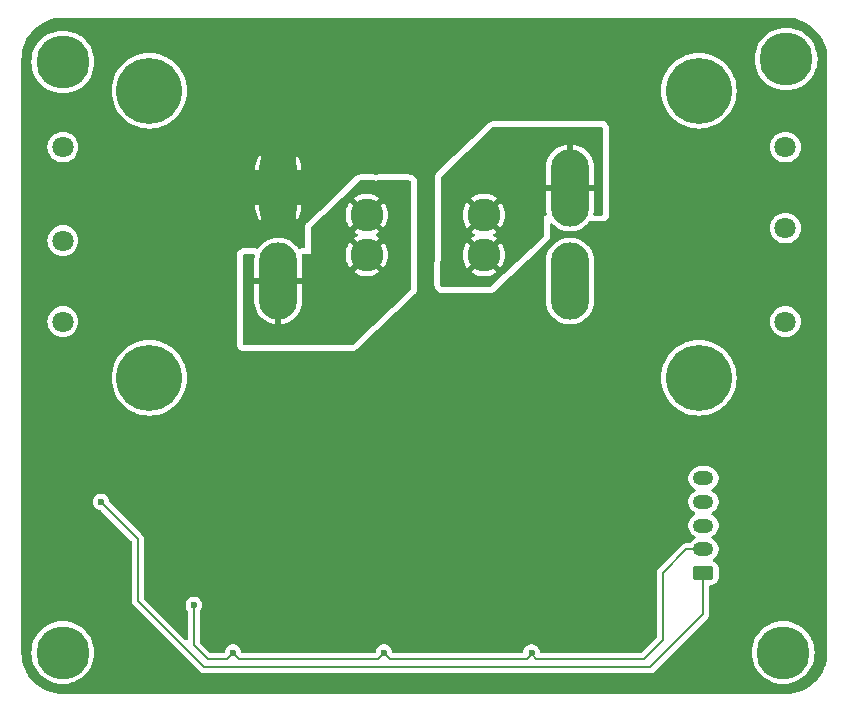
<source format=gbr>
%TF.GenerationSoftware,KiCad,Pcbnew,8.0.5*%
%TF.CreationDate,2025-05-09T00:08:28-04:00*%
%TF.ProjectId,precharge-electrium-f24,70726563-6861-4726-9765-2d656c656374,rev?*%
%TF.SameCoordinates,Original*%
%TF.FileFunction,Copper,L2,Bot*%
%TF.FilePolarity,Positive*%
%FSLAX46Y46*%
G04 Gerber Fmt 4.6, Leading zero omitted, Abs format (unit mm)*
G04 Created by KiCad (PCBNEW 8.0.5) date 2025-05-09 00:08:28*
%MOMM*%
%LPD*%
G01*
G04 APERTURE LIST*
G04 Aperture macros list*
%AMRoundRect*
0 Rectangle with rounded corners*
0 $1 Rounding radius*
0 $2 $3 $4 $5 $6 $7 $8 $9 X,Y pos of 4 corners*
0 Add a 4 corners polygon primitive as box body*
4,1,4,$2,$3,$4,$5,$6,$7,$8,$9,$2,$3,0*
0 Add four circle primitives for the rounded corners*
1,1,$1+$1,$2,$3*
1,1,$1+$1,$4,$5*
1,1,$1+$1,$6,$7*
1,1,$1+$1,$8,$9*
0 Add four rect primitives between the rounded corners*
20,1,$1+$1,$2,$3,$4,$5,0*
20,1,$1+$1,$4,$5,$6,$7,0*
20,1,$1+$1,$6,$7,$8,$9,0*
20,1,$1+$1,$8,$9,$2,$3,0*%
G04 Aperture macros list end*
%TA.AperFunction,ComponentPad*%
%ADD10C,2.780000*%
%TD*%
%TA.AperFunction,ComponentPad*%
%ADD11RoundRect,0.250000X0.625000X-0.350000X0.625000X0.350000X-0.625000X0.350000X-0.625000X-0.350000X0*%
%TD*%
%TA.AperFunction,ComponentPad*%
%ADD12O,1.750000X1.200000*%
%TD*%
%TA.AperFunction,ComponentPad*%
%ADD13O,3.270000X6.540000*%
%TD*%
%TA.AperFunction,ComponentPad*%
%ADD14C,5.586000*%
%TD*%
%TA.AperFunction,ComponentPad*%
%ADD15C,1.800000*%
%TD*%
%TA.AperFunction,ViaPad*%
%ADD16C,4.500000*%
%TD*%
%TA.AperFunction,ViaPad*%
%ADD17C,0.600000*%
%TD*%
%TA.AperFunction,Conductor*%
%ADD18C,0.200000*%
%TD*%
G04 APERTURE END LIST*
D10*
%TO.P,F1,1,1*%
%TO.N,VCC*%
X144740000Y-104200000D03*
X144740000Y-107600000D03*
%TO.P,F1,2,2*%
%TO.N,OUT+*%
X154660000Y-104200000D03*
X154660000Y-107600000D03*
%TD*%
D11*
%TO.P,J3,1,Pin_1*%
%TO.N,/NO*%
X173250000Y-134500000D03*
D12*
%TO.P,J3,2,Pin_2*%
%TO.N,/SW*%
X173250000Y-132500000D03*
%TO.P,J3,3,Pin_3*%
%TO.N,/NC*%
X173250000Y-130500000D03*
%TO.P,J3,4,Pin_4*%
%TO.N,/+LED*%
X173250000Y-128500000D03*
%TO.P,J3,5,Pin_5*%
%TO.N,OUT-*%
X173250000Y-126500000D03*
%TD*%
D13*
%TO.P,J1,1,P1*%
%TO.N,VCC*%
X137255000Y-109795000D03*
%TO.P,J1,2,P2*%
%TO.N,GND*%
X137255000Y-101895000D03*
D14*
%TO.P,J1,P1*%
%TO.N,N/C*%
X126335000Y-118000000D03*
%TO.P,J1,P2*%
X126335000Y-93690000D03*
D15*
%TO.P,J1,P3*%
X119015000Y-113235000D03*
%TO.P,J1,P4*%
X119015000Y-98455000D03*
%TO.P,J1,P5*%
X119015000Y-106375000D03*
%TD*%
D13*
%TO.P,J2,1,P1*%
%TO.N,OUT+*%
X161945000Y-101895000D03*
%TO.P,J2,2,P2*%
%TO.N,OUT-*%
X161945000Y-109795000D03*
D14*
%TO.P,J2,P1*%
%TO.N,N/C*%
X172865000Y-93690000D03*
%TO.P,J2,P2*%
X172865000Y-118000000D03*
D15*
%TO.P,J2,P3*%
X180185000Y-98455000D03*
%TO.P,J2,P4*%
X180185000Y-113235000D03*
%TO.P,J2,P5*%
X180185000Y-105315000D03*
%TD*%
D16*
%TO.N,*%
X180000000Y-141250000D03*
X119000000Y-91250000D03*
X180250000Y-91000000D03*
X119000000Y-141250000D03*
D17*
%TO.N,/SW*%
X158690000Y-141250000D03*
X146190000Y-141250000D03*
X133415000Y-141250000D03*
X130100000Y-137250000D03*
%TO.N,GND*%
X139500000Y-88500000D03*
X121500000Y-121500000D03*
X130500000Y-103500000D03*
X145500000Y-94500000D03*
X133500000Y-106500000D03*
X136500000Y-94500000D03*
X127500000Y-109500000D03*
X121500000Y-118500000D03*
X178500000Y-106500000D03*
X175500000Y-97500000D03*
X121500000Y-97500000D03*
X178500000Y-133500000D03*
X121500000Y-130500000D03*
X147500000Y-113250000D03*
X156250000Y-140250000D03*
X124500000Y-103500000D03*
X121500000Y-103500000D03*
X178500000Y-94500000D03*
X181500000Y-100500000D03*
X138750000Y-117750000D03*
X127500000Y-100500000D03*
X118500000Y-100500000D03*
X175500000Y-109500000D03*
X151500000Y-94500000D03*
X121500000Y-100500000D03*
X172500000Y-103500000D03*
X172500000Y-88500000D03*
X172500000Y-97500000D03*
X175500000Y-121500000D03*
X121500000Y-109500000D03*
X127500000Y-133500000D03*
X133500000Y-97500000D03*
X181500000Y-94500000D03*
X178500000Y-109500000D03*
X142500000Y-94500000D03*
X130500000Y-109500000D03*
X147750000Y-143750000D03*
X181500000Y-124500000D03*
X130500000Y-88500000D03*
X172500000Y-121500000D03*
X143500000Y-140250000D03*
X127500000Y-136500000D03*
X121500000Y-115500000D03*
X124500000Y-112500000D03*
X178500000Y-97500000D03*
X178500000Y-112500000D03*
X169500000Y-88500000D03*
X121500000Y-106500000D03*
X121500000Y-94500000D03*
X181500000Y-121500000D03*
X141250000Y-117750000D03*
X133500000Y-103500000D03*
X175500000Y-136500000D03*
X127500000Y-121500000D03*
X127500000Y-106500000D03*
X166500000Y-100500000D03*
X145500000Y-88500000D03*
X172500000Y-100500000D03*
X118500000Y-109500000D03*
X169250000Y-109750000D03*
X136500000Y-91500000D03*
X181500000Y-103500000D03*
X148500000Y-94500000D03*
X169500000Y-97500000D03*
X127500000Y-97500000D03*
X157500000Y-139500000D03*
X139000000Y-143750000D03*
X163500000Y-91500000D03*
X175500000Y-124500000D03*
X156250000Y-137750000D03*
X148500000Y-88500000D03*
X156000000Y-143750000D03*
X142500000Y-97500000D03*
X124500000Y-106500000D03*
X166500000Y-106500000D03*
X137500000Y-119250000D03*
X127500000Y-112500000D03*
X130500000Y-94500000D03*
X143500000Y-137750000D03*
X167500000Y-143750000D03*
X166500000Y-91500000D03*
X142500000Y-100500000D03*
X181500000Y-109500000D03*
X134750000Y-119250000D03*
X154500000Y-91500000D03*
X144750000Y-143750000D03*
X121500000Y-112500000D03*
X118500000Y-103500000D03*
X118500000Y-133500000D03*
X140000000Y-119250000D03*
X178500000Y-103500000D03*
X175500000Y-139500000D03*
X163500000Y-94500000D03*
X133500000Y-88500000D03*
X169500000Y-103500000D03*
X181500000Y-130500000D03*
X157500000Y-136500000D03*
X145500000Y-100500000D03*
X169500000Y-100500000D03*
X164750000Y-143750000D03*
X139500000Y-100500000D03*
X155250000Y-139250000D03*
X172500000Y-112500000D03*
X148500000Y-100500000D03*
X157500000Y-88500000D03*
X141750000Y-143750000D03*
X166500000Y-88500000D03*
X124500000Y-97500000D03*
X142500000Y-136500000D03*
X133500000Y-94500000D03*
X160500000Y-91500000D03*
X157500000Y-91500000D03*
X133500000Y-143750000D03*
X154500000Y-88500000D03*
X142500000Y-88500000D03*
X118500000Y-115500000D03*
X139500000Y-91500000D03*
X133500000Y-100500000D03*
X144500000Y-136500000D03*
X153250000Y-143750000D03*
X124500000Y-109500000D03*
X145500000Y-97500000D03*
X144500000Y-139000000D03*
X175500000Y-103500000D03*
X136250000Y-143750000D03*
X172500000Y-106500000D03*
X130500000Y-97500000D03*
X121500000Y-133500000D03*
X124500000Y-136500000D03*
X160500000Y-94500000D03*
X155250000Y-136500000D03*
X181500000Y-115500000D03*
X148500000Y-97500000D03*
X118500000Y-118500000D03*
X160500000Y-88500000D03*
X181500000Y-133500000D03*
X133500000Y-91500000D03*
X127500000Y-88500000D03*
X138750000Y-120750000D03*
X151500000Y-91500000D03*
X139500000Y-94500000D03*
X178500000Y-100500000D03*
X139500000Y-97500000D03*
X175500000Y-142500000D03*
X124500000Y-139500000D03*
X157500000Y-94500000D03*
X127500000Y-130500000D03*
X181500000Y-118500000D03*
X172500000Y-142500000D03*
X130500000Y-106500000D03*
X130500000Y-143750000D03*
X136250000Y-120750000D03*
X159000000Y-143750000D03*
X148500000Y-91500000D03*
X181500000Y-136500000D03*
X175500000Y-88500000D03*
X130500000Y-100500000D03*
X136500000Y-88500000D03*
X151500000Y-88500000D03*
X150500000Y-143750000D03*
X118500000Y-130500000D03*
X124500000Y-88500000D03*
X130500000Y-91500000D03*
X136250000Y-117750000D03*
X130500000Y-112500000D03*
X118500000Y-94500000D03*
X136500000Y-97500000D03*
X142500000Y-139500000D03*
X118500000Y-127500000D03*
X181500000Y-127500000D03*
X163500000Y-88500000D03*
X118500000Y-136500000D03*
X154500000Y-94500000D03*
X172500000Y-124500000D03*
X133000000Y-120750000D03*
X124500000Y-121500000D03*
X166500000Y-97500000D03*
X127500000Y-142500000D03*
X175500000Y-127500000D03*
X142500000Y-91500000D03*
X175500000Y-133500000D03*
X178500000Y-136500000D03*
X118500000Y-121500000D03*
X144500000Y-116000000D03*
X124500000Y-142500000D03*
X124500000Y-100500000D03*
X166500000Y-94500000D03*
X175500000Y-100500000D03*
X170000000Y-112500000D03*
X118500000Y-124500000D03*
X124500000Y-133500000D03*
X175500000Y-106500000D03*
X121500000Y-136500000D03*
X127500000Y-103500000D03*
X162000000Y-143750000D03*
X145500000Y-91500000D03*
%TO.N,/NO*%
X122250000Y-128500000D03*
%TD*%
D18*
%TO.N,/SW*%
X130100000Y-137250000D02*
X130100000Y-140600000D01*
X158300000Y-141800000D02*
X146700000Y-141800000D01*
X158690000Y-141410000D02*
X158300000Y-141800000D01*
X130150000Y-137400000D02*
X130150000Y-137300000D01*
X159100000Y-141800000D02*
X168200000Y-141800000D01*
X158710000Y-141410000D02*
X159100000Y-141800000D01*
X146190000Y-141310000D02*
X145700000Y-141800000D01*
X133415000Y-141315000D02*
X133900000Y-141800000D01*
X146210000Y-141310000D02*
X146700000Y-141800000D01*
X169800000Y-134500000D02*
X171800000Y-132500000D01*
X130100000Y-140600000D02*
X131300000Y-141800000D01*
X132900000Y-141800000D02*
X133415000Y-141285000D01*
X169800000Y-140200000D02*
X169800000Y-134500000D01*
X131300000Y-141800000D02*
X132900000Y-141800000D01*
X130150000Y-137300000D02*
X130100000Y-137250000D01*
X168200000Y-141800000D02*
X169800000Y-140200000D01*
X145700000Y-141800000D02*
X133900000Y-141800000D01*
X171800000Y-132500000D02*
X173250000Y-132500000D01*
%TO.N,/NO*%
X173250000Y-138000000D02*
X168750000Y-142500000D01*
X125350000Y-131600000D02*
X122250000Y-128500000D01*
X125350000Y-136866422D02*
X125350000Y-131600000D01*
X130983578Y-142500000D02*
X125350000Y-136866422D01*
X168750000Y-142500000D02*
X130983578Y-142500000D01*
X173250000Y-134500000D02*
X173250000Y-138000000D01*
%TD*%
%TA.AperFunction,Conductor*%
%TO.N,VCC*%
G36*
X145239554Y-101256958D02*
G01*
X145320745Y-101285368D01*
X145320750Y-101285369D01*
X145499996Y-101305565D01*
X145500000Y-101305565D01*
X145500004Y-101305565D01*
X145679249Y-101285369D01*
X145679252Y-101285368D01*
X145679255Y-101285368D01*
X145760446Y-101256957D01*
X145801401Y-101250000D01*
X148198599Y-101250000D01*
X148239554Y-101256958D01*
X148320745Y-101285368D01*
X148320749Y-101285369D01*
X148389883Y-101293158D01*
X148454297Y-101320224D01*
X148493852Y-101377818D01*
X148500000Y-101416378D01*
X148500000Y-110446765D01*
X148480315Y-110513804D01*
X148461405Y-110536665D01*
X143630527Y-115126000D01*
X143535895Y-115215900D01*
X143473734Y-115247802D01*
X143450490Y-115250000D01*
X134374000Y-115250000D01*
X134306961Y-115230315D01*
X134261206Y-115177511D01*
X134250000Y-115126000D01*
X134250000Y-107624000D01*
X134269685Y-107556961D01*
X134322489Y-107511206D01*
X134374000Y-107500000D01*
X135163460Y-107500000D01*
X135230499Y-107519685D01*
X135276254Y-107572489D01*
X135286198Y-107641647D01*
X135283235Y-107656093D01*
X135254820Y-107762139D01*
X135220000Y-108026611D01*
X135220000Y-109545000D01*
X136620000Y-109545000D01*
X136620000Y-110045000D01*
X135220000Y-110045000D01*
X135220000Y-111563388D01*
X135254820Y-111827859D01*
X135323863Y-112085535D01*
X135425946Y-112331985D01*
X135425951Y-112331996D01*
X135559324Y-112563003D01*
X135559335Y-112563019D01*
X135721721Y-112774645D01*
X135721727Y-112774652D01*
X135910347Y-112963272D01*
X135910354Y-112963278D01*
X136121980Y-113125664D01*
X136121996Y-113125675D01*
X136353003Y-113259048D01*
X136353014Y-113259053D01*
X136599464Y-113361136D01*
X136857136Y-113430178D01*
X136857149Y-113430181D01*
X137005000Y-113449646D01*
X137005000Y-112358765D01*
X137069777Y-112385597D01*
X137192458Y-112410000D01*
X137317542Y-112410000D01*
X137440223Y-112385597D01*
X137505000Y-112358765D01*
X137505000Y-113449645D01*
X137652850Y-113430181D01*
X137652863Y-113430178D01*
X137910535Y-113361136D01*
X138156985Y-113259053D01*
X138156996Y-113259048D01*
X138388003Y-113125675D01*
X138388019Y-113125664D01*
X138599645Y-112963278D01*
X138599652Y-112963272D01*
X138788272Y-112774652D01*
X138788278Y-112774645D01*
X138950664Y-112563019D01*
X138950675Y-112563003D01*
X139084048Y-112331996D01*
X139084053Y-112331985D01*
X139186136Y-112085535D01*
X139255179Y-111827859D01*
X139289999Y-111563388D01*
X139290000Y-111563374D01*
X139290000Y-110045000D01*
X137890000Y-110045000D01*
X137890000Y-109545000D01*
X139290000Y-109545000D01*
X139290000Y-108026625D01*
X139289999Y-108026611D01*
X139255179Y-107762139D01*
X139226765Y-107656093D01*
X139228428Y-107586243D01*
X139267591Y-107528381D01*
X139331819Y-107500877D01*
X139346540Y-107500000D01*
X140000000Y-107500000D01*
X140000000Y-105303577D01*
X140019685Y-105236538D01*
X140039015Y-105213280D01*
X141115630Y-104199995D01*
X142944981Y-104199995D01*
X142944981Y-104200004D01*
X142965028Y-104467524D01*
X142965029Y-104467529D01*
X143024725Y-104729077D01*
X143024731Y-104729096D01*
X143122744Y-104978830D01*
X143256885Y-105211169D01*
X143309411Y-105277034D01*
X143956732Y-104629713D01*
X144048692Y-104767342D01*
X144172658Y-104891308D01*
X144310285Y-104983266D01*
X143662045Y-105631505D01*
X143842495Y-105754534D01*
X143912569Y-105788280D01*
X143964428Y-105835103D01*
X143982741Y-105902530D01*
X143961693Y-105969154D01*
X143912569Y-106011720D01*
X143842494Y-106045466D01*
X143842490Y-106045468D01*
X143662045Y-106168493D01*
X144310285Y-106816732D01*
X144172658Y-106908692D01*
X144048692Y-107032658D01*
X143956733Y-107170285D01*
X143309411Y-106522964D01*
X143256886Y-106588829D01*
X143122744Y-106821169D01*
X143024731Y-107070903D01*
X143024725Y-107070922D01*
X142965029Y-107332470D01*
X142965028Y-107332475D01*
X142944981Y-107599995D01*
X142944981Y-107600004D01*
X142965028Y-107867524D01*
X142965029Y-107867529D01*
X143024725Y-108129077D01*
X143024731Y-108129096D01*
X143122744Y-108378830D01*
X143256885Y-108611169D01*
X143309411Y-108677034D01*
X143956732Y-108029713D01*
X144048692Y-108167342D01*
X144172658Y-108291308D01*
X144310285Y-108383266D01*
X143662045Y-109031505D01*
X143842497Y-109154535D01*
X143842499Y-109154536D01*
X144084203Y-109270934D01*
X144084201Y-109270934D01*
X144340562Y-109350011D01*
X144340568Y-109350012D01*
X144605852Y-109389999D01*
X144605859Y-109390000D01*
X144874141Y-109390000D01*
X144874147Y-109389999D01*
X145139431Y-109350012D01*
X145139437Y-109350011D01*
X145395797Y-109270934D01*
X145637507Y-109154533D01*
X145817953Y-109031505D01*
X145169714Y-108383267D01*
X145307342Y-108291308D01*
X145431308Y-108167342D01*
X145523266Y-108029714D01*
X146170587Y-108677035D01*
X146170588Y-108677035D01*
X146223108Y-108611177D01*
X146223114Y-108611168D01*
X146357255Y-108378830D01*
X146455268Y-108129096D01*
X146455274Y-108129077D01*
X146514970Y-107867529D01*
X146514971Y-107867524D01*
X146535019Y-107600004D01*
X146535019Y-107599995D01*
X146514971Y-107332475D01*
X146514970Y-107332470D01*
X146455274Y-107070922D01*
X146455268Y-107070903D01*
X146357255Y-106821169D01*
X146223111Y-106588826D01*
X146170588Y-106522963D01*
X145523266Y-107170284D01*
X145431308Y-107032658D01*
X145307342Y-106908692D01*
X145169714Y-106816732D01*
X145817953Y-106168493D01*
X145637512Y-106045470D01*
X145637502Y-106045463D01*
X145567432Y-106011720D01*
X145515572Y-105964898D01*
X145497259Y-105897471D01*
X145518307Y-105830847D01*
X145567432Y-105788280D01*
X145637507Y-105754533D01*
X145817953Y-105631505D01*
X145169714Y-104983267D01*
X145307342Y-104891308D01*
X145431308Y-104767342D01*
X145523266Y-104629714D01*
X146170587Y-105277035D01*
X146170588Y-105277035D01*
X146223108Y-105211177D01*
X146223114Y-105211168D01*
X146357255Y-104978830D01*
X146455268Y-104729096D01*
X146455274Y-104729077D01*
X146514970Y-104467529D01*
X146514971Y-104467524D01*
X146535019Y-104200004D01*
X146535019Y-104199995D01*
X146514971Y-103932475D01*
X146514970Y-103932470D01*
X146455274Y-103670922D01*
X146455268Y-103670903D01*
X146357255Y-103421169D01*
X146223111Y-103188826D01*
X146170588Y-103122963D01*
X145523266Y-103770284D01*
X145431308Y-103632658D01*
X145307342Y-103508692D01*
X145169714Y-103416732D01*
X145817953Y-102768493D01*
X145637512Y-102645470D01*
X145637502Y-102645463D01*
X145395796Y-102529065D01*
X145395798Y-102529065D01*
X145139437Y-102449988D01*
X145139431Y-102449987D01*
X144874147Y-102410000D01*
X144605852Y-102410000D01*
X144340568Y-102449987D01*
X144340562Y-102449988D01*
X144084202Y-102529065D01*
X143842499Y-102645463D01*
X143842490Y-102645468D01*
X143662045Y-102768493D01*
X144310285Y-103416732D01*
X144172658Y-103508692D01*
X144048692Y-103632658D01*
X143956733Y-103770285D01*
X143309411Y-103122964D01*
X143256886Y-103188829D01*
X143122744Y-103421169D01*
X143024731Y-103670903D01*
X143024725Y-103670922D01*
X142965029Y-103932470D01*
X142965028Y-103932475D01*
X142944981Y-104199995D01*
X141115630Y-104199995D01*
X144214191Y-101283703D01*
X144276500Y-101252091D01*
X144299176Y-101250000D01*
X145198599Y-101250000D01*
X145239554Y-101256958D01*
G37*
%TD.AperFunction*%
%TD*%
%TA.AperFunction,Conductor*%
%TO.N,GND*%
G36*
X180253032Y-87500648D02*
G01*
X180586929Y-87517052D01*
X180599037Y-87518245D01*
X180702146Y-87533539D01*
X180926699Y-87566849D01*
X180938617Y-87569219D01*
X181259951Y-87649709D01*
X181271588Y-87653240D01*
X181342806Y-87678722D01*
X181583467Y-87764832D01*
X181594688Y-87769479D01*
X181894163Y-87911120D01*
X181904871Y-87916844D01*
X182188988Y-88087137D01*
X182199106Y-88093897D01*
X182465170Y-88291224D01*
X182474576Y-88298944D01*
X182720013Y-88521395D01*
X182728604Y-88529986D01*
X182857151Y-88671816D01*
X182951055Y-88775423D01*
X182958775Y-88784829D01*
X183156102Y-89050893D01*
X183162862Y-89061011D01*
X183291776Y-89276092D01*
X183333148Y-89345116D01*
X183338885Y-89355848D01*
X183480514Y-89655297D01*
X183485170Y-89666540D01*
X183596759Y-89978411D01*
X183600292Y-89990055D01*
X183680777Y-90311369D01*
X183683151Y-90323305D01*
X183731754Y-90650962D01*
X183732947Y-90663071D01*
X183749351Y-90996966D01*
X183749500Y-91003051D01*
X183749500Y-141246948D01*
X183749351Y-141253033D01*
X183732947Y-141586928D01*
X183731754Y-141599037D01*
X183683151Y-141926694D01*
X183680777Y-141938630D01*
X183600292Y-142259944D01*
X183596759Y-142271588D01*
X183485170Y-142583459D01*
X183480514Y-142594702D01*
X183338885Y-142894151D01*
X183333148Y-142904883D01*
X183162862Y-143188988D01*
X183156102Y-143199106D01*
X182958775Y-143465170D01*
X182951055Y-143474576D01*
X182728611Y-143720006D01*
X182720006Y-143728611D01*
X182474576Y-143951055D01*
X182465170Y-143958775D01*
X182199106Y-144156102D01*
X182188988Y-144162862D01*
X181904883Y-144333148D01*
X181894151Y-144338885D01*
X181594702Y-144480514D01*
X181583459Y-144485170D01*
X181271588Y-144596759D01*
X181259944Y-144600292D01*
X180938630Y-144680777D01*
X180926694Y-144683151D01*
X180599037Y-144731754D01*
X180586928Y-144732947D01*
X180271989Y-144748419D01*
X180253031Y-144749351D01*
X180246949Y-144749500D01*
X119003051Y-144749500D01*
X118996968Y-144749351D01*
X118976900Y-144748365D01*
X118663071Y-144732947D01*
X118650962Y-144731754D01*
X118323305Y-144683151D01*
X118311369Y-144680777D01*
X117990055Y-144600292D01*
X117978411Y-144596759D01*
X117666540Y-144485170D01*
X117655301Y-144480515D01*
X117355844Y-144338883D01*
X117345121Y-144333150D01*
X117061011Y-144162862D01*
X117050893Y-144156102D01*
X116784829Y-143958775D01*
X116775423Y-143951055D01*
X116703629Y-143885985D01*
X116529986Y-143728604D01*
X116521395Y-143720013D01*
X116298944Y-143474576D01*
X116291224Y-143465170D01*
X116093897Y-143199106D01*
X116087137Y-143188988D01*
X115916844Y-142904871D01*
X115911120Y-142894163D01*
X115769479Y-142594688D01*
X115764829Y-142583459D01*
X115729240Y-142483995D01*
X115653240Y-142271588D01*
X115649707Y-142259944D01*
X115640958Y-142225015D01*
X115569219Y-141938617D01*
X115566848Y-141926694D01*
X115560732Y-141885466D01*
X115518245Y-141599037D01*
X115517052Y-141586927D01*
X115500649Y-141253032D01*
X115500575Y-141250000D01*
X116344655Y-141250000D01*
X116364014Y-141570060D01*
X116364014Y-141570065D01*
X116364015Y-141570066D01*
X116421814Y-141885466D01*
X116421815Y-141885470D01*
X116421816Y-141885474D01*
X116517202Y-142191580D01*
X116517208Y-142191595D01*
X116648806Y-142483995D01*
X116648807Y-142483996D01*
X116648809Y-142484000D01*
X116708934Y-142583459D01*
X116814692Y-142758405D01*
X117012448Y-143010822D01*
X117239177Y-143237551D01*
X117239181Y-143237554D01*
X117491592Y-143435306D01*
X117766000Y-143601191D01*
X118058402Y-143732791D01*
X118058411Y-143732793D01*
X118058419Y-143732797D01*
X118297895Y-143807420D01*
X118364534Y-143828186D01*
X118679934Y-143885985D01*
X119000000Y-143905345D01*
X119320066Y-143885985D01*
X119635466Y-143828186D01*
X119808320Y-143774322D01*
X119941580Y-143732797D01*
X119941584Y-143732795D01*
X119941598Y-143732791D01*
X120234000Y-143601191D01*
X120508408Y-143435306D01*
X120760819Y-143237554D01*
X120987554Y-143010819D01*
X121185306Y-142758408D01*
X121351191Y-142484000D01*
X121482791Y-142191598D01*
X121578186Y-141885466D01*
X121635985Y-141570066D01*
X121655345Y-141250000D01*
X121635985Y-140929934D01*
X121578186Y-140614534D01*
X121513861Y-140408108D01*
X121482797Y-140308419D01*
X121482793Y-140308411D01*
X121482791Y-140308402D01*
X121372565Y-140063490D01*
X121351193Y-140016004D01*
X121351192Y-140016003D01*
X121351191Y-140016000D01*
X121185306Y-139741592D01*
X120987554Y-139489181D01*
X120987551Y-139489177D01*
X120760822Y-139262448D01*
X120508405Y-139064692D01*
X120457244Y-139033764D01*
X120234000Y-138898809D01*
X120233996Y-138898807D01*
X120233995Y-138898806D01*
X120034694Y-138809108D01*
X119941598Y-138767209D01*
X119941595Y-138767208D01*
X119941580Y-138767202D01*
X119635474Y-138671816D01*
X119635470Y-138671815D01*
X119635466Y-138671814D01*
X119320066Y-138614015D01*
X119320065Y-138614014D01*
X119320060Y-138614014D01*
X119000000Y-138594655D01*
X118679939Y-138614014D01*
X118679934Y-138614015D01*
X118364534Y-138671814D01*
X118364531Y-138671814D01*
X118364525Y-138671816D01*
X118058419Y-138767202D01*
X118058404Y-138767208D01*
X117766004Y-138898806D01*
X117766002Y-138898808D01*
X117491594Y-139064692D01*
X117239177Y-139262448D01*
X117012448Y-139489177D01*
X116814692Y-139741594D01*
X116648808Y-140016002D01*
X116648806Y-140016004D01*
X116517208Y-140308404D01*
X116517202Y-140308419D01*
X116421816Y-140614525D01*
X116364014Y-140929939D01*
X116344655Y-141250000D01*
X115500575Y-141250000D01*
X115500500Y-141246948D01*
X115500500Y-128500000D01*
X121544355Y-128500000D01*
X121564859Y-128668869D01*
X121564860Y-128668874D01*
X121625182Y-128827931D01*
X121687475Y-128918177D01*
X121721817Y-128967929D01*
X121827505Y-129061560D01*
X121849150Y-129080736D01*
X121957848Y-129137785D01*
X121999775Y-129159790D01*
X122164944Y-129200500D01*
X122191324Y-129200500D01*
X122258363Y-129220185D01*
X122279005Y-129236819D01*
X124813181Y-131770995D01*
X124846666Y-131832318D01*
X124849500Y-131858676D01*
X124849500Y-136932313D01*
X124883608Y-137059609D01*
X124916554Y-137116672D01*
X124949500Y-137173736D01*
X130583078Y-142807314D01*
X130676264Y-142900500D01*
X130790392Y-142966392D01*
X130917685Y-143000500D01*
X130917686Y-143000500D01*
X130917687Y-143000500D01*
X168815890Y-143000500D01*
X168815892Y-143000500D01*
X168943186Y-142966392D01*
X169057314Y-142900500D01*
X170707814Y-141250000D01*
X177344655Y-141250000D01*
X177364014Y-141570060D01*
X177364014Y-141570065D01*
X177364015Y-141570066D01*
X177421814Y-141885466D01*
X177421815Y-141885470D01*
X177421816Y-141885474D01*
X177517202Y-142191580D01*
X177517208Y-142191595D01*
X177648806Y-142483995D01*
X177648807Y-142483996D01*
X177648809Y-142484000D01*
X177708934Y-142583459D01*
X177814692Y-142758405D01*
X178012448Y-143010822D01*
X178239177Y-143237551D01*
X178239181Y-143237554D01*
X178491592Y-143435306D01*
X178766000Y-143601191D01*
X179058402Y-143732791D01*
X179058411Y-143732793D01*
X179058419Y-143732797D01*
X179297895Y-143807420D01*
X179364534Y-143828186D01*
X179679934Y-143885985D01*
X180000000Y-143905345D01*
X180320066Y-143885985D01*
X180635466Y-143828186D01*
X180808320Y-143774322D01*
X180941580Y-143732797D01*
X180941584Y-143732795D01*
X180941598Y-143732791D01*
X181234000Y-143601191D01*
X181508408Y-143435306D01*
X181760819Y-143237554D01*
X181987554Y-143010819D01*
X182185306Y-142758408D01*
X182351191Y-142484000D01*
X182482791Y-142191598D01*
X182578186Y-141885466D01*
X182635985Y-141570066D01*
X182655345Y-141250000D01*
X182635985Y-140929934D01*
X182578186Y-140614534D01*
X182513861Y-140408108D01*
X182482797Y-140308419D01*
X182482793Y-140308411D01*
X182482791Y-140308402D01*
X182372565Y-140063490D01*
X182351193Y-140016004D01*
X182351192Y-140016003D01*
X182351191Y-140016000D01*
X182185306Y-139741592D01*
X181987554Y-139489181D01*
X181987551Y-139489177D01*
X181760822Y-139262448D01*
X181508405Y-139064692D01*
X181457244Y-139033764D01*
X181234000Y-138898809D01*
X181233996Y-138898807D01*
X181233995Y-138898806D01*
X181034694Y-138809108D01*
X180941598Y-138767209D01*
X180941595Y-138767208D01*
X180941580Y-138767202D01*
X180635474Y-138671816D01*
X180635470Y-138671815D01*
X180635466Y-138671814D01*
X180320066Y-138614015D01*
X180320065Y-138614014D01*
X180320060Y-138614014D01*
X180000000Y-138594655D01*
X179679939Y-138614014D01*
X179679934Y-138614015D01*
X179364534Y-138671814D01*
X179364531Y-138671814D01*
X179364525Y-138671816D01*
X179058419Y-138767202D01*
X179058404Y-138767208D01*
X178766004Y-138898806D01*
X178766002Y-138898808D01*
X178491594Y-139064692D01*
X178239177Y-139262448D01*
X178012448Y-139489177D01*
X177814692Y-139741594D01*
X177648808Y-140016002D01*
X177648806Y-140016004D01*
X177517208Y-140308404D01*
X177517202Y-140308419D01*
X177421816Y-140614525D01*
X177364014Y-140929939D01*
X177344655Y-141250000D01*
X170707814Y-141250000D01*
X173650500Y-138307314D01*
X173716392Y-138193186D01*
X173750500Y-138065892D01*
X173750500Y-137934108D01*
X173750500Y-135624500D01*
X173770185Y-135557461D01*
X173822989Y-135511706D01*
X173874500Y-135500500D01*
X173940686Y-135500500D01*
X173940694Y-135500500D01*
X173977569Y-135497598D01*
X173977571Y-135497597D01*
X173977573Y-135497597D01*
X174019191Y-135485505D01*
X174135398Y-135451744D01*
X174276865Y-135368081D01*
X174393081Y-135251865D01*
X174476744Y-135110398D01*
X174522598Y-134952569D01*
X174525500Y-134915694D01*
X174525500Y-134084306D01*
X174522598Y-134047431D01*
X174476744Y-133889602D01*
X174393081Y-133748135D01*
X174393079Y-133748133D01*
X174393076Y-133748129D01*
X174276870Y-133631923D01*
X174276862Y-133631917D01*
X174135396Y-133548255D01*
X174127338Y-133545914D01*
X174068453Y-133508306D01*
X174039248Y-133444833D01*
X174048995Y-133375647D01*
X174093043Y-133323736D01*
X174162782Y-133277139D01*
X174302139Y-133137782D01*
X174411632Y-132973914D01*
X174487051Y-132791835D01*
X174525500Y-132598541D01*
X174525500Y-132401459D01*
X174525500Y-132401456D01*
X174487052Y-132208170D01*
X174487051Y-132208169D01*
X174487051Y-132208165D01*
X174414748Y-132033608D01*
X174411635Y-132026092D01*
X174411628Y-132026079D01*
X174302139Y-131862218D01*
X174302136Y-131862214D01*
X174162785Y-131722863D01*
X174162781Y-131722860D01*
X173998920Y-131613371D01*
X173993544Y-131610498D01*
X173994510Y-131608689D01*
X173947397Y-131570728D01*
X173925326Y-131504436D01*
X173942600Y-131436735D01*
X173993734Y-131389121D01*
X173997331Y-131387477D01*
X173998907Y-131386634D01*
X173998914Y-131386632D01*
X174162782Y-131277139D01*
X174302139Y-131137782D01*
X174411632Y-130973914D01*
X174487051Y-130791835D01*
X174525500Y-130598541D01*
X174525500Y-130401459D01*
X174525500Y-130401456D01*
X174487052Y-130208170D01*
X174487051Y-130208169D01*
X174487051Y-130208165D01*
X174487049Y-130208160D01*
X174411635Y-130026092D01*
X174411628Y-130026079D01*
X174302139Y-129862218D01*
X174302136Y-129862214D01*
X174162785Y-129722863D01*
X174162781Y-129722860D01*
X173998920Y-129613371D01*
X173993544Y-129610498D01*
X173994510Y-129608689D01*
X173947397Y-129570728D01*
X173925326Y-129504436D01*
X173942600Y-129436735D01*
X173993734Y-129389121D01*
X173997331Y-129387477D01*
X173998907Y-129386634D01*
X173998914Y-129386632D01*
X174162782Y-129277139D01*
X174302139Y-129137782D01*
X174411632Y-128973914D01*
X174487051Y-128791835D01*
X174525500Y-128598541D01*
X174525500Y-128401459D01*
X174525500Y-128401456D01*
X174487052Y-128208170D01*
X174487051Y-128208169D01*
X174487051Y-128208165D01*
X174472099Y-128172068D01*
X174411635Y-128026092D01*
X174411628Y-128026079D01*
X174302139Y-127862218D01*
X174302136Y-127862214D01*
X174162785Y-127722863D01*
X174162781Y-127722860D01*
X173998920Y-127613371D01*
X173993544Y-127610498D01*
X173994510Y-127608689D01*
X173947397Y-127570728D01*
X173925326Y-127504436D01*
X173942600Y-127436735D01*
X173993734Y-127389121D01*
X173997331Y-127387477D01*
X173998907Y-127386634D01*
X173998914Y-127386632D01*
X174162782Y-127277139D01*
X174302139Y-127137782D01*
X174411632Y-126973914D01*
X174487051Y-126791835D01*
X174525500Y-126598541D01*
X174525500Y-126401459D01*
X174525500Y-126401456D01*
X174487052Y-126208170D01*
X174487051Y-126208169D01*
X174487051Y-126208165D01*
X174487049Y-126208160D01*
X174411635Y-126026092D01*
X174411628Y-126026079D01*
X174302139Y-125862218D01*
X174302136Y-125862214D01*
X174162785Y-125722863D01*
X174162781Y-125722860D01*
X173998920Y-125613371D01*
X173998907Y-125613364D01*
X173816839Y-125537950D01*
X173816829Y-125537947D01*
X173623543Y-125499500D01*
X173623541Y-125499500D01*
X172876459Y-125499500D01*
X172876457Y-125499500D01*
X172683170Y-125537947D01*
X172683160Y-125537950D01*
X172501092Y-125613364D01*
X172501079Y-125613371D01*
X172337218Y-125722860D01*
X172337214Y-125722863D01*
X172197863Y-125862214D01*
X172197860Y-125862218D01*
X172088371Y-126026079D01*
X172088364Y-126026092D01*
X172012950Y-126208160D01*
X172012947Y-126208170D01*
X171974500Y-126401456D01*
X171974500Y-126401459D01*
X171974500Y-126598541D01*
X171974500Y-126598543D01*
X171974499Y-126598543D01*
X172012947Y-126791829D01*
X172012950Y-126791839D01*
X172088364Y-126973907D01*
X172088371Y-126973920D01*
X172197860Y-127137781D01*
X172197863Y-127137785D01*
X172337214Y-127277136D01*
X172337218Y-127277139D01*
X172501079Y-127386628D01*
X172506456Y-127389502D01*
X172505490Y-127391308D01*
X172552612Y-127429285D01*
X172574673Y-127495580D01*
X172557391Y-127563279D01*
X172506251Y-127610887D01*
X172502660Y-127612526D01*
X172501079Y-127613371D01*
X172337218Y-127722860D01*
X172337214Y-127722863D01*
X172197863Y-127862214D01*
X172197860Y-127862218D01*
X172088371Y-128026079D01*
X172088364Y-128026092D01*
X172012950Y-128208160D01*
X172012947Y-128208170D01*
X171974500Y-128401456D01*
X171974500Y-128401459D01*
X171974500Y-128598541D01*
X171974500Y-128598543D01*
X171974499Y-128598543D01*
X172012947Y-128791829D01*
X172012950Y-128791839D01*
X172088364Y-128973907D01*
X172088371Y-128973920D01*
X172197860Y-129137781D01*
X172197863Y-129137785D01*
X172337214Y-129277136D01*
X172337218Y-129277139D01*
X172501079Y-129386628D01*
X172506456Y-129389502D01*
X172505490Y-129391308D01*
X172552612Y-129429285D01*
X172574673Y-129495580D01*
X172557391Y-129563279D01*
X172506251Y-129610887D01*
X172502660Y-129612526D01*
X172501079Y-129613371D01*
X172337218Y-129722860D01*
X172337214Y-129722863D01*
X172197863Y-129862214D01*
X172197860Y-129862218D01*
X172088371Y-130026079D01*
X172088364Y-130026092D01*
X172012950Y-130208160D01*
X172012947Y-130208170D01*
X171974500Y-130401456D01*
X171974500Y-130401459D01*
X171974500Y-130598541D01*
X171974500Y-130598543D01*
X171974499Y-130598543D01*
X172012947Y-130791829D01*
X172012950Y-130791839D01*
X172088364Y-130973907D01*
X172088371Y-130973920D01*
X172197860Y-131137781D01*
X172197863Y-131137785D01*
X172337214Y-131277136D01*
X172337218Y-131277139D01*
X172501079Y-131386628D01*
X172506456Y-131389502D01*
X172505490Y-131391308D01*
X172552612Y-131429285D01*
X172574673Y-131495580D01*
X172557391Y-131563279D01*
X172506251Y-131610887D01*
X172502660Y-131612526D01*
X172501079Y-131613371D01*
X172337218Y-131722860D01*
X172337214Y-131722863D01*
X172197862Y-131862215D01*
X172164221Y-131912562D01*
X172142954Y-131944391D01*
X172089343Y-131989196D01*
X172039853Y-131999500D01*
X171734107Y-131999500D01*
X171606812Y-132033608D01*
X171492686Y-132099500D01*
X171492683Y-132099502D01*
X169399502Y-134192683D01*
X169399500Y-134192686D01*
X169333608Y-134306812D01*
X169299500Y-134434108D01*
X169299500Y-139941324D01*
X169279815Y-140008363D01*
X169263181Y-140029005D01*
X168029005Y-141263181D01*
X167967682Y-141296666D01*
X167941324Y-141299500D01*
X159511510Y-141299500D01*
X159444471Y-141279815D01*
X159398716Y-141227011D01*
X159388414Y-141190447D01*
X159375140Y-141081130D01*
X159375139Y-141081125D01*
X159314817Y-140922068D01*
X159280476Y-140872318D01*
X159218183Y-140782071D01*
X159090852Y-140669266D01*
X159090849Y-140669263D01*
X158940226Y-140590210D01*
X158775056Y-140549500D01*
X158604944Y-140549500D01*
X158439773Y-140590210D01*
X158289150Y-140669263D01*
X158161816Y-140782072D01*
X158065182Y-140922068D01*
X158004860Y-141081125D01*
X158004859Y-141081130D01*
X157991586Y-141190447D01*
X157963964Y-141254625D01*
X157906030Y-141293681D01*
X157868490Y-141299500D01*
X147011510Y-141299500D01*
X146944471Y-141279815D01*
X146898716Y-141227011D01*
X146888414Y-141190447D01*
X146875140Y-141081130D01*
X146875139Y-141081125D01*
X146814817Y-140922068D01*
X146780476Y-140872318D01*
X146718183Y-140782071D01*
X146590852Y-140669266D01*
X146590849Y-140669263D01*
X146440226Y-140590210D01*
X146275056Y-140549500D01*
X146104944Y-140549500D01*
X145939773Y-140590210D01*
X145789150Y-140669263D01*
X145661816Y-140782072D01*
X145565182Y-140922068D01*
X145504860Y-141081125D01*
X145504859Y-141081130D01*
X145491586Y-141190447D01*
X145463964Y-141254625D01*
X145406030Y-141293681D01*
X145368490Y-141299500D01*
X134236510Y-141299500D01*
X134169471Y-141279815D01*
X134123716Y-141227011D01*
X134113414Y-141190447D01*
X134100140Y-141081130D01*
X134100139Y-141081125D01*
X134039817Y-140922068D01*
X134005476Y-140872318D01*
X133943183Y-140782071D01*
X133815852Y-140669266D01*
X133815849Y-140669263D01*
X133665226Y-140590210D01*
X133500056Y-140549500D01*
X133329944Y-140549500D01*
X133164773Y-140590210D01*
X133014150Y-140669263D01*
X132886816Y-140782072D01*
X132790182Y-140922068D01*
X132729860Y-141081125D01*
X132729859Y-141081130D01*
X132716586Y-141190447D01*
X132688964Y-141254625D01*
X132631030Y-141293681D01*
X132593490Y-141299500D01*
X131558675Y-141299500D01*
X131491636Y-141279815D01*
X131470994Y-141263181D01*
X130636819Y-140429005D01*
X130603334Y-140367682D01*
X130600500Y-140341324D01*
X130600500Y-137796204D01*
X130620185Y-137729165D01*
X130623985Y-137724146D01*
X130623922Y-137724103D01*
X130656828Y-137676428D01*
X130724818Y-137577930D01*
X130785140Y-137418872D01*
X130805645Y-137250000D01*
X130785140Y-137081128D01*
X130724818Y-136922070D01*
X130628183Y-136782071D01*
X130500852Y-136669266D01*
X130500849Y-136669263D01*
X130350226Y-136590210D01*
X130185056Y-136549500D01*
X130014944Y-136549500D01*
X129849773Y-136590210D01*
X129699150Y-136669263D01*
X129571816Y-136782072D01*
X129475182Y-136922068D01*
X129414860Y-137081125D01*
X129414859Y-137081130D01*
X129394355Y-137250000D01*
X129414859Y-137418869D01*
X129414860Y-137418874D01*
X129475182Y-137577931D01*
X129576078Y-137724103D01*
X129573807Y-137725670D01*
X129598034Y-137777190D01*
X129599500Y-137796204D01*
X129599500Y-140108746D01*
X129579815Y-140175785D01*
X129527011Y-140221540D01*
X129457853Y-140231484D01*
X129394297Y-140202459D01*
X129387819Y-140196427D01*
X125886819Y-136695427D01*
X125853334Y-136634104D01*
X125850500Y-136607746D01*
X125850500Y-131534110D01*
X125850500Y-131534108D01*
X125816392Y-131406814D01*
X125750500Y-131292686D01*
X125657314Y-131199500D01*
X122985602Y-128527788D01*
X122952117Y-128466465D01*
X122950187Y-128455053D01*
X122935140Y-128331128D01*
X122874818Y-128172070D01*
X122778183Y-128032071D01*
X122650852Y-127919266D01*
X122650849Y-127919263D01*
X122500226Y-127840210D01*
X122335056Y-127799500D01*
X122164944Y-127799500D01*
X121999773Y-127840210D01*
X121849150Y-127919263D01*
X121721816Y-128032072D01*
X121625182Y-128172068D01*
X121564860Y-128331125D01*
X121564859Y-128331130D01*
X121544355Y-128500000D01*
X115500500Y-128500000D01*
X115500500Y-118000000D01*
X123136468Y-118000000D01*
X123156579Y-118358117D01*
X123156581Y-118358129D01*
X123216661Y-118711736D01*
X123216663Y-118711745D01*
X123315957Y-119056402D01*
X123453218Y-119387784D01*
X123453220Y-119387788D01*
X123453222Y-119387791D01*
X123626726Y-119701722D01*
X123834287Y-119994252D01*
X124073296Y-120261704D01*
X124340748Y-120500713D01*
X124633278Y-120708274D01*
X124947209Y-120881778D01*
X124947211Y-120881779D01*
X124947215Y-120881781D01*
X125054777Y-120926334D01*
X125278592Y-121019041D01*
X125623260Y-121118338D01*
X125976878Y-121178420D01*
X126335000Y-121198532D01*
X126693122Y-121178420D01*
X127046740Y-121118338D01*
X127391408Y-121019041D01*
X127722791Y-120881778D01*
X128036722Y-120708274D01*
X128329252Y-120500713D01*
X128596704Y-120261704D01*
X128835713Y-119994252D01*
X129043274Y-119701722D01*
X129216778Y-119387791D01*
X129354041Y-119056408D01*
X129453338Y-118711740D01*
X129513420Y-118358122D01*
X129533532Y-118000000D01*
X169666468Y-118000000D01*
X169686579Y-118358117D01*
X169686581Y-118358129D01*
X169746661Y-118711736D01*
X169746663Y-118711745D01*
X169845957Y-119056402D01*
X169983218Y-119387784D01*
X169983220Y-119387788D01*
X169983222Y-119387791D01*
X170156726Y-119701722D01*
X170364287Y-119994252D01*
X170603296Y-120261704D01*
X170870748Y-120500713D01*
X171163278Y-120708274D01*
X171477209Y-120881778D01*
X171477211Y-120881779D01*
X171477215Y-120881781D01*
X171584777Y-120926334D01*
X171808592Y-121019041D01*
X172153260Y-121118338D01*
X172506878Y-121178420D01*
X172865000Y-121198532D01*
X173223122Y-121178420D01*
X173576740Y-121118338D01*
X173921408Y-121019041D01*
X174252791Y-120881778D01*
X174566722Y-120708274D01*
X174859252Y-120500713D01*
X175126704Y-120261704D01*
X175365713Y-119994252D01*
X175573274Y-119701722D01*
X175746778Y-119387791D01*
X175884041Y-119056408D01*
X175983338Y-118711740D01*
X176043420Y-118358122D01*
X176063532Y-118000000D01*
X176043420Y-117641878D01*
X175983338Y-117288260D01*
X175884041Y-116943592D01*
X175791334Y-116719777D01*
X175746781Y-116612215D01*
X175746779Y-116612211D01*
X175573273Y-116298277D01*
X175365713Y-116005748D01*
X175126704Y-115738296D01*
X174859252Y-115499287D01*
X174566722Y-115291726D01*
X174461280Y-115233450D01*
X174252788Y-115118220D01*
X174252784Y-115118218D01*
X174022809Y-115022960D01*
X173921408Y-114980959D01*
X173921404Y-114980957D01*
X173921402Y-114980957D01*
X173576745Y-114881663D01*
X173576736Y-114881661D01*
X173223129Y-114821581D01*
X173223117Y-114821579D01*
X172865000Y-114801468D01*
X172506882Y-114821579D01*
X172506870Y-114821581D01*
X172153263Y-114881661D01*
X172153254Y-114881663D01*
X171808597Y-114980957D01*
X171477215Y-115118218D01*
X171477211Y-115118220D01*
X171163277Y-115291726D01*
X170870746Y-115499288D01*
X170603296Y-115738296D01*
X170364288Y-116005746D01*
X170156726Y-116298277D01*
X169983220Y-116612211D01*
X169983218Y-116612215D01*
X169845957Y-116943597D01*
X169746663Y-117288254D01*
X169746661Y-117288263D01*
X169686581Y-117641870D01*
X169686579Y-117641882D01*
X169666468Y-118000000D01*
X129533532Y-118000000D01*
X129513420Y-117641878D01*
X129453338Y-117288260D01*
X129354041Y-116943592D01*
X129261334Y-116719777D01*
X129216781Y-116612215D01*
X129216779Y-116612211D01*
X129043273Y-116298277D01*
X128835713Y-116005748D01*
X128596704Y-115738296D01*
X128329252Y-115499287D01*
X128036722Y-115291726D01*
X127931280Y-115233450D01*
X127722788Y-115118220D01*
X127722784Y-115118218D01*
X127492809Y-115022960D01*
X127391408Y-114980959D01*
X127391404Y-114980957D01*
X127391402Y-114980957D01*
X127046745Y-114881663D01*
X127046736Y-114881661D01*
X126693129Y-114821581D01*
X126693117Y-114821579D01*
X126335000Y-114801468D01*
X125976882Y-114821579D01*
X125976870Y-114821581D01*
X125623263Y-114881661D01*
X125623254Y-114881663D01*
X125278597Y-114980957D01*
X124947215Y-115118218D01*
X124947211Y-115118220D01*
X124633277Y-115291726D01*
X124340746Y-115499288D01*
X124073296Y-115738296D01*
X123834288Y-116005746D01*
X123626726Y-116298277D01*
X123453220Y-116612211D01*
X123453218Y-116612215D01*
X123315957Y-116943597D01*
X123216663Y-117288254D01*
X123216661Y-117288263D01*
X123156581Y-117641870D01*
X123156579Y-117641882D01*
X123136468Y-118000000D01*
X115500500Y-118000000D01*
X115500500Y-113234998D01*
X117709532Y-113234998D01*
X117709532Y-113235001D01*
X117729364Y-113461686D01*
X117729366Y-113461697D01*
X117788258Y-113681488D01*
X117788261Y-113681497D01*
X117884431Y-113887732D01*
X117884432Y-113887734D01*
X118014954Y-114074141D01*
X118175858Y-114235045D01*
X118175861Y-114235047D01*
X118362266Y-114365568D01*
X118568504Y-114461739D01*
X118788308Y-114520635D01*
X118950230Y-114534801D01*
X119014998Y-114540468D01*
X119015000Y-114540468D01*
X119015002Y-114540468D01*
X119071673Y-114535509D01*
X119241692Y-114520635D01*
X119461496Y-114461739D01*
X119667734Y-114365568D01*
X119854139Y-114235047D01*
X120015047Y-114074139D01*
X120145568Y-113887734D01*
X120241739Y-113681496D01*
X120300635Y-113461692D01*
X120320468Y-113235000D01*
X120300635Y-113008308D01*
X120241739Y-112788504D01*
X120145568Y-112582266D01*
X120015047Y-112395861D01*
X120015045Y-112395858D01*
X119854141Y-112234954D01*
X119667734Y-112104432D01*
X119667732Y-112104431D01*
X119461497Y-112008261D01*
X119461488Y-112008258D01*
X119241697Y-111949366D01*
X119241693Y-111949365D01*
X119241692Y-111949365D01*
X119241691Y-111949364D01*
X119241686Y-111949364D01*
X119015002Y-111929532D01*
X119014998Y-111929532D01*
X118788313Y-111949364D01*
X118788302Y-111949366D01*
X118568511Y-112008258D01*
X118568502Y-112008261D01*
X118362267Y-112104431D01*
X118362265Y-112104432D01*
X118175858Y-112234954D01*
X118014954Y-112395858D01*
X117884432Y-112582265D01*
X117884431Y-112582267D01*
X117788261Y-112788502D01*
X117788258Y-112788511D01*
X117729366Y-113008302D01*
X117729364Y-113008313D01*
X117709532Y-113234998D01*
X115500500Y-113234998D01*
X115500500Y-106374998D01*
X117709532Y-106374998D01*
X117709532Y-106375001D01*
X117729364Y-106601686D01*
X117729366Y-106601697D01*
X117788258Y-106821488D01*
X117788261Y-106821497D01*
X117884431Y-107027732D01*
X117884432Y-107027734D01*
X118014954Y-107214141D01*
X118175858Y-107375045D01*
X118175861Y-107375047D01*
X118362266Y-107505568D01*
X118568504Y-107601739D01*
X118788308Y-107660635D01*
X118950230Y-107674801D01*
X119014998Y-107680468D01*
X119015000Y-107680468D01*
X119015002Y-107680468D01*
X119071673Y-107675509D01*
X119241692Y-107660635D01*
X119378416Y-107624000D01*
X133744500Y-107624000D01*
X133744500Y-115126000D01*
X133744501Y-115126009D01*
X133756052Y-115233450D01*
X133756054Y-115233462D01*
X133767260Y-115284972D01*
X133801383Y-115387497D01*
X133801386Y-115387503D01*
X133879171Y-115508537D01*
X133879179Y-115508548D01*
X133924923Y-115561340D01*
X133924926Y-115561343D01*
X133924930Y-115561347D01*
X134033664Y-115655567D01*
X134033667Y-115655568D01*
X134033668Y-115655569D01*
X134055700Y-115665631D01*
X134164541Y-115715338D01*
X134231580Y-115735023D01*
X134231584Y-115735024D01*
X134374000Y-115755500D01*
X134374003Y-115755500D01*
X143450491Y-115755500D01*
X143455248Y-115755275D01*
X143498079Y-115753255D01*
X143498099Y-115753253D01*
X143498116Y-115753252D01*
X143521316Y-115751058D01*
X143568478Y-115744344D01*
X143568479Y-115744343D01*
X143568490Y-115744342D01*
X143704543Y-115697533D01*
X143766704Y-115665631D01*
X143884057Y-115582388D01*
X143978689Y-115492488D01*
X143978690Y-115492487D01*
X148809568Y-110903152D01*
X148850918Y-110858860D01*
X148869828Y-110835999D01*
X148903838Y-110789467D01*
X148905565Y-110787104D01*
X148905569Y-110787097D01*
X148965335Y-110656230D01*
X148965338Y-110656224D01*
X148985023Y-110589185D01*
X148985024Y-110589181D01*
X149005500Y-110446765D01*
X149005500Y-110158257D01*
X150469610Y-110158257D01*
X150469610Y-110158266D01*
X150481016Y-110266415D01*
X150481018Y-110266430D01*
X150492218Y-110318252D01*
X150492222Y-110318267D01*
X150526492Y-110421466D01*
X150526496Y-110421474D01*
X150604279Y-110542505D01*
X150604287Y-110542516D01*
X150650031Y-110595308D01*
X150650034Y-110595311D01*
X150650038Y-110595315D01*
X150758772Y-110689535D01*
X150758775Y-110689536D01*
X150758776Y-110689537D01*
X150790429Y-110703993D01*
X150889649Y-110749306D01*
X150956688Y-110768991D01*
X150956692Y-110768992D01*
X151099108Y-110789468D01*
X151099111Y-110789468D01*
X155200398Y-110789468D01*
X155200414Y-110789468D01*
X155248259Y-110787199D01*
X155271630Y-110784977D01*
X155319059Y-110778187D01*
X155391217Y-110753276D01*
X155455058Y-110731237D01*
X155455059Y-110731236D01*
X155455063Y-110731235D01*
X155508019Y-110703986D01*
X155514077Y-110701482D01*
X155517191Y-110699268D01*
X155517192Y-110699268D01*
X155634459Y-110615902D01*
X158354350Y-108026585D01*
X159909500Y-108026585D01*
X159909500Y-108026586D01*
X159909500Y-111563414D01*
X159944327Y-111827959D01*
X159976858Y-111949366D01*
X160013390Y-112085701D01*
X160115493Y-112332201D01*
X160115501Y-112332218D01*
X160248907Y-112563282D01*
X160248918Y-112563298D01*
X160411344Y-112774976D01*
X160411350Y-112774983D01*
X160600016Y-112963649D01*
X160600022Y-112963654D01*
X160811710Y-113126088D01*
X160811717Y-113126092D01*
X161042781Y-113259498D01*
X161042786Y-113259500D01*
X161042789Y-113259502D01*
X161042793Y-113259503D01*
X161042798Y-113259506D01*
X161289298Y-113361609D01*
X161289300Y-113361609D01*
X161289306Y-113361612D01*
X161547041Y-113430673D01*
X161745449Y-113456793D01*
X161811585Y-113465500D01*
X161811586Y-113465500D01*
X162078415Y-113465500D01*
X162131323Y-113458534D01*
X162342959Y-113430673D01*
X162600694Y-113361612D01*
X162847211Y-113259502D01*
X162889653Y-113234998D01*
X178879532Y-113234998D01*
X178879532Y-113235001D01*
X178899364Y-113461686D01*
X178899366Y-113461697D01*
X178958258Y-113681488D01*
X178958261Y-113681497D01*
X179054431Y-113887732D01*
X179054432Y-113887734D01*
X179184954Y-114074141D01*
X179345858Y-114235045D01*
X179345861Y-114235047D01*
X179532266Y-114365568D01*
X179738504Y-114461739D01*
X179958308Y-114520635D01*
X180120230Y-114534801D01*
X180184998Y-114540468D01*
X180185000Y-114540468D01*
X180185002Y-114540468D01*
X180241673Y-114535509D01*
X180411692Y-114520635D01*
X180631496Y-114461739D01*
X180837734Y-114365568D01*
X181024139Y-114235047D01*
X181185047Y-114074139D01*
X181315568Y-113887734D01*
X181411739Y-113681496D01*
X181470635Y-113461692D01*
X181490468Y-113235000D01*
X181470635Y-113008308D01*
X181411739Y-112788504D01*
X181315568Y-112582266D01*
X181185047Y-112395861D01*
X181185045Y-112395858D01*
X181024141Y-112234954D01*
X180837734Y-112104432D01*
X180837732Y-112104431D01*
X180631497Y-112008261D01*
X180631488Y-112008258D01*
X180411697Y-111949366D01*
X180411693Y-111949365D01*
X180411692Y-111949365D01*
X180411691Y-111949364D01*
X180411686Y-111949364D01*
X180185002Y-111929532D01*
X180184998Y-111929532D01*
X179958313Y-111949364D01*
X179958302Y-111949366D01*
X179738511Y-112008258D01*
X179738502Y-112008261D01*
X179532267Y-112104431D01*
X179532265Y-112104432D01*
X179345858Y-112234954D01*
X179184954Y-112395858D01*
X179054432Y-112582265D01*
X179054431Y-112582267D01*
X178958261Y-112788502D01*
X178958258Y-112788511D01*
X178899366Y-113008302D01*
X178899364Y-113008313D01*
X178879532Y-113234998D01*
X162889653Y-113234998D01*
X163078290Y-113126088D01*
X163289978Y-112963654D01*
X163478654Y-112774978D01*
X163641088Y-112563290D01*
X163774502Y-112332211D01*
X163876612Y-112085694D01*
X163945673Y-111827959D01*
X163980500Y-111563414D01*
X163980500Y-108026586D01*
X163945673Y-107762041D01*
X163876612Y-107504306D01*
X163867200Y-107481584D01*
X163774506Y-107257798D01*
X163774498Y-107257781D01*
X163641092Y-107026717D01*
X163641088Y-107026710D01*
X163521224Y-106870500D01*
X163478655Y-106815023D01*
X163478649Y-106815016D01*
X163289983Y-106626350D01*
X163289976Y-106626344D01*
X163078298Y-106463918D01*
X163078296Y-106463916D01*
X163078290Y-106463912D01*
X163078285Y-106463909D01*
X163078282Y-106463907D01*
X162847218Y-106330501D01*
X162847201Y-106330493D01*
X162600701Y-106228390D01*
X162342955Y-106159326D01*
X162078415Y-106124500D01*
X162078414Y-106124500D01*
X161811586Y-106124500D01*
X161811585Y-106124500D01*
X161547044Y-106159326D01*
X161289298Y-106228390D01*
X161042798Y-106330493D01*
X161042781Y-106330501D01*
X160811717Y-106463907D01*
X160811701Y-106463918D01*
X160600023Y-106626344D01*
X160600016Y-106626350D01*
X160411350Y-106815016D01*
X160411344Y-106815023D01*
X160248918Y-107026701D01*
X160248907Y-107026717D01*
X160115501Y-107257781D01*
X160115493Y-107257798D01*
X160013390Y-107504298D01*
X159944326Y-107762044D01*
X159909500Y-108026585D01*
X158354350Y-108026585D01*
X160060045Y-106402775D01*
X160101184Y-106358640D01*
X160120000Y-106335868D01*
X160155567Y-106287177D01*
X160215338Y-106156300D01*
X160235023Y-106089261D01*
X160235024Y-106089257D01*
X160255500Y-105946841D01*
X160255500Y-105018495D01*
X160275185Y-104951456D01*
X160327989Y-104905701D01*
X160397147Y-104895757D01*
X160460703Y-104924782D01*
X160467181Y-104930814D01*
X160600016Y-105063649D01*
X160600023Y-105063655D01*
X160750765Y-105179323D01*
X160811710Y-105226088D01*
X160811717Y-105226092D01*
X161042781Y-105359498D01*
X161042786Y-105359500D01*
X161042789Y-105359502D01*
X161042793Y-105359503D01*
X161042798Y-105359506D01*
X161289298Y-105461609D01*
X161289300Y-105461609D01*
X161289306Y-105461612D01*
X161547041Y-105530673D01*
X161745449Y-105556793D01*
X161811585Y-105565500D01*
X161811586Y-105565500D01*
X162078415Y-105565500D01*
X162131323Y-105558534D01*
X162342959Y-105530673D01*
X162600694Y-105461612D01*
X162847211Y-105359502D01*
X162924294Y-105314998D01*
X178879532Y-105314998D01*
X178879532Y-105315001D01*
X178899364Y-105541686D01*
X178899366Y-105541697D01*
X178958258Y-105761488D01*
X178958261Y-105761497D01*
X179054431Y-105967732D01*
X179054432Y-105967734D01*
X179184954Y-106154141D01*
X179345858Y-106315045D01*
X179367932Y-106330501D01*
X179532266Y-106445568D01*
X179738504Y-106541739D01*
X179958308Y-106600635D01*
X180120230Y-106614801D01*
X180184998Y-106620468D01*
X180185000Y-106620468D01*
X180185002Y-106620468D01*
X180241673Y-106615509D01*
X180411692Y-106600635D01*
X180631496Y-106541739D01*
X180837734Y-106445568D01*
X181024139Y-106315047D01*
X181185047Y-106154139D01*
X181315568Y-105967734D01*
X181411739Y-105761496D01*
X181470635Y-105541692D01*
X181490468Y-105315000D01*
X181470635Y-105088308D01*
X181417546Y-104890177D01*
X181411741Y-104868511D01*
X181411738Y-104868502D01*
X181359044Y-104755500D01*
X181315568Y-104662266D01*
X181185047Y-104475861D01*
X181185045Y-104475858D01*
X181024141Y-104314954D01*
X180837734Y-104184432D01*
X180837732Y-104184431D01*
X180631497Y-104088261D01*
X180631488Y-104088258D01*
X180411697Y-104029366D01*
X180411693Y-104029365D01*
X180411692Y-104029365D01*
X180411691Y-104029364D01*
X180411686Y-104029364D01*
X180185002Y-104009532D01*
X180184998Y-104009532D01*
X179958313Y-104029364D01*
X179958302Y-104029366D01*
X179738511Y-104088258D01*
X179738502Y-104088261D01*
X179532267Y-104184431D01*
X179532265Y-104184432D01*
X179345858Y-104314954D01*
X179184954Y-104475858D01*
X179054432Y-104662265D01*
X179054431Y-104662267D01*
X178958261Y-104868502D01*
X178958258Y-104868511D01*
X178899366Y-105088302D01*
X178899364Y-105088313D01*
X178879532Y-105314998D01*
X162924294Y-105314998D01*
X163078290Y-105226088D01*
X163289978Y-105063654D01*
X163478654Y-104874978D01*
X163595513Y-104722684D01*
X163651940Y-104681482D01*
X163721686Y-104677327D01*
X163745397Y-104685375D01*
X163811004Y-104715338D01*
X163878043Y-104735023D01*
X163878047Y-104735024D01*
X164020463Y-104755500D01*
X164020466Y-104755500D01*
X164625990Y-104755500D01*
X164626000Y-104755500D01*
X164733456Y-104743947D01*
X164784967Y-104732741D01*
X164819197Y-104721347D01*
X164887497Y-104698616D01*
X164887501Y-104698613D01*
X164887504Y-104698613D01*
X165008543Y-104620825D01*
X165061347Y-104575070D01*
X165155567Y-104466336D01*
X165215338Y-104335459D01*
X165235023Y-104268420D01*
X165235024Y-104268416D01*
X165255500Y-104126000D01*
X165255500Y-98454998D01*
X178879532Y-98454998D01*
X178879532Y-98455001D01*
X178899364Y-98681686D01*
X178899366Y-98681697D01*
X178958258Y-98901488D01*
X178958261Y-98901497D01*
X179054431Y-99107732D01*
X179054432Y-99107734D01*
X179184954Y-99294141D01*
X179345858Y-99455045D01*
X179345861Y-99455047D01*
X179532266Y-99585568D01*
X179738504Y-99681739D01*
X179958308Y-99740635D01*
X180120230Y-99754801D01*
X180184998Y-99760468D01*
X180185000Y-99760468D01*
X180185002Y-99760468D01*
X180241673Y-99755509D01*
X180411692Y-99740635D01*
X180631496Y-99681739D01*
X180837734Y-99585568D01*
X181024139Y-99455047D01*
X181185047Y-99294139D01*
X181315568Y-99107734D01*
X181411739Y-98901496D01*
X181470635Y-98681692D01*
X181490468Y-98455000D01*
X181470635Y-98228308D01*
X181411739Y-98008504D01*
X181315568Y-97802266D01*
X181185047Y-97615861D01*
X181185045Y-97615858D01*
X181024141Y-97454954D01*
X180837734Y-97324432D01*
X180837732Y-97324431D01*
X180631497Y-97228261D01*
X180631488Y-97228258D01*
X180411697Y-97169366D01*
X180411693Y-97169365D01*
X180411692Y-97169365D01*
X180411691Y-97169364D01*
X180411686Y-97169364D01*
X180185002Y-97149532D01*
X180184998Y-97149532D01*
X179958313Y-97169364D01*
X179958302Y-97169366D01*
X179738511Y-97228258D01*
X179738502Y-97228261D01*
X179532267Y-97324431D01*
X179532265Y-97324432D01*
X179345858Y-97454954D01*
X179184954Y-97615858D01*
X179054432Y-97802265D01*
X179054431Y-97802267D01*
X178958261Y-98008502D01*
X178958258Y-98008511D01*
X178899366Y-98228302D01*
X178899364Y-98228313D01*
X178879532Y-98454998D01*
X165255500Y-98454998D01*
X165255500Y-96874000D01*
X165243947Y-96766544D01*
X165232741Y-96715033D01*
X165230747Y-96709041D01*
X165198616Y-96612502D01*
X165198613Y-96612496D01*
X165120828Y-96491462D01*
X165120825Y-96491457D01*
X165120820Y-96491451D01*
X165075076Y-96438659D01*
X165075072Y-96438656D01*
X165075070Y-96438653D01*
X164966336Y-96344433D01*
X164966333Y-96344431D01*
X164966331Y-96344430D01*
X164835465Y-96284664D01*
X164835460Y-96284662D01*
X164835459Y-96284662D01*
X164768420Y-96264977D01*
X164768422Y-96264977D01*
X164768417Y-96264976D01*
X164701207Y-96255313D01*
X164626000Y-96244500D01*
X155549300Y-96244500D01*
X155502458Y-96246675D01*
X155502453Y-96246675D01*
X155502441Y-96246676D01*
X155479568Y-96248805D01*
X155479561Y-96248805D01*
X155433115Y-96255313D01*
X155296921Y-96301726D01*
X155234665Y-96333446D01*
X155117071Y-96416344D01*
X150691619Y-100595936D01*
X150691616Y-100595939D01*
X150650111Y-100640139D01*
X150650103Y-100640149D01*
X150631127Y-100662959D01*
X150595216Y-100711808D01*
X150579196Y-100746636D01*
X150535088Y-100842526D01*
X150535086Y-100842530D01*
X150535085Y-100842534D01*
X150515222Y-100909502D01*
X150515218Y-100909524D01*
X150494356Y-101051868D01*
X150489250Y-102931191D01*
X150485805Y-104198621D01*
X150485804Y-104198647D01*
X150485800Y-104199987D01*
X150485801Y-104199988D01*
X150480790Y-106044094D01*
X150480371Y-106198270D01*
X150476562Y-107599999D01*
X150473114Y-108868807D01*
X150469610Y-110158257D01*
X149005500Y-110158257D01*
X149005500Y-101416378D01*
X148999195Y-101336786D01*
X148993047Y-101298226D01*
X148993045Y-101298217D01*
X148974291Y-101220628D01*
X148974290Y-101220626D01*
X148910546Y-101091646D01*
X148910543Y-101091639D01*
X148875838Y-101041106D01*
X148875695Y-101040864D01*
X148870986Y-101034040D01*
X148773482Y-100928241D01*
X148773481Y-100928239D01*
X148650121Y-100854195D01*
X148650122Y-100854195D01*
X148650118Y-100854193D01*
X148585704Y-100827127D01*
X148585705Y-100827127D01*
X148585702Y-100827126D01*
X148446478Y-100790836D01*
X148442119Y-100790027D01*
X148442179Y-100789701D01*
X148420756Y-100784809D01*
X148406532Y-100779832D01*
X148406508Y-100779824D01*
X148324222Y-100758598D01*
X148283271Y-100751641D01*
X148283258Y-100751640D01*
X148198616Y-100744500D01*
X148198599Y-100744500D01*
X145801401Y-100744500D01*
X145801381Y-100744500D01*
X145716746Y-100751638D01*
X145716743Y-100751639D01*
X145675790Y-100758596D01*
X145675789Y-100758596D01*
X145593480Y-100779827D01*
X145593466Y-100779831D01*
X145579238Y-100784810D01*
X145552171Y-100790987D01*
X145513881Y-100795301D01*
X145486116Y-100795301D01*
X145447825Y-100790987D01*
X145420757Y-100784810D01*
X145406510Y-100779825D01*
X145324222Y-100758598D01*
X145283271Y-100751641D01*
X145283258Y-100751640D01*
X145198616Y-100744500D01*
X145198599Y-100744500D01*
X144299176Y-100744500D01*
X144292545Y-100744805D01*
X144252748Y-100746636D01*
X144230070Y-100748728D01*
X144230051Y-100748730D01*
X144184056Y-100755115D01*
X144047789Y-100801289D01*
X143985479Y-100832901D01*
X143867741Y-100915595D01*
X141726171Y-102931191D01*
X140769178Y-103831890D01*
X140378062Y-104199999D01*
X139692573Y-104845164D01*
X139650267Y-104890163D01*
X139650254Y-104890177D01*
X139630921Y-104913439D01*
X139630920Y-104913440D01*
X139594434Y-104963238D01*
X139594429Y-104963246D01*
X139534664Y-105094111D01*
X139514976Y-105161159D01*
X139494500Y-105303578D01*
X139494500Y-106870500D01*
X139474815Y-106937539D01*
X139422011Y-106983294D01*
X139370500Y-106994500D01*
X139346539Y-106994500D01*
X139316490Y-106995394D01*
X139301735Y-106996273D01*
X139271808Y-106998951D01*
X139132834Y-107036189D01*
X139132823Y-107036193D01*
X139090061Y-107054505D01*
X139020685Y-107062800D01*
X138957838Y-107032271D01*
X138942872Y-107016003D01*
X138935236Y-107006052D01*
X138831224Y-106870500D01*
X138788655Y-106815023D01*
X138788649Y-106815016D01*
X138599983Y-106626350D01*
X138599976Y-106626344D01*
X138388298Y-106463918D01*
X138388296Y-106463916D01*
X138388290Y-106463912D01*
X138388285Y-106463909D01*
X138388282Y-106463907D01*
X138157218Y-106330501D01*
X138157201Y-106330493D01*
X137910701Y-106228390D01*
X137652955Y-106159326D01*
X137388415Y-106124500D01*
X137388414Y-106124500D01*
X137121586Y-106124500D01*
X137121585Y-106124500D01*
X136857044Y-106159326D01*
X136599298Y-106228390D01*
X136352798Y-106330493D01*
X136352781Y-106330501D01*
X136121717Y-106463907D01*
X136121701Y-106463918D01*
X135910023Y-106626344D01*
X135910016Y-106626350D01*
X135721350Y-106815016D01*
X135566223Y-107017182D01*
X135509795Y-107058384D01*
X135440049Y-107062539D01*
X135416335Y-107054489D01*
X135372925Y-107034664D01*
X135372920Y-107034662D01*
X135372919Y-107034662D01*
X135313652Y-107017259D01*
X135305877Y-107014976D01*
X135243807Y-107006052D01*
X135163460Y-106994500D01*
X134374000Y-106994500D01*
X134373991Y-106994500D01*
X134373990Y-106994501D01*
X134266549Y-107006052D01*
X134266537Y-107006054D01*
X134215027Y-107017260D01*
X134112502Y-107051383D01*
X134112496Y-107051386D01*
X133991462Y-107129171D01*
X133991451Y-107129179D01*
X133938659Y-107174923D01*
X133844433Y-107283664D01*
X133844430Y-107283668D01*
X133784664Y-107414534D01*
X133764976Y-107481582D01*
X133751325Y-107576528D01*
X133744500Y-107624000D01*
X119378416Y-107624000D01*
X119461496Y-107601739D01*
X119667734Y-107505568D01*
X119854139Y-107375047D01*
X120015047Y-107214139D01*
X120145568Y-107027734D01*
X120241739Y-106821496D01*
X120300635Y-106601692D01*
X120320468Y-106375000D01*
X120300635Y-106148308D01*
X120241739Y-105928504D01*
X120145568Y-105722266D01*
X120015047Y-105535861D01*
X120015045Y-105535858D01*
X119854141Y-105374954D01*
X119667734Y-105244432D01*
X119667732Y-105244431D01*
X119461497Y-105148261D01*
X119461488Y-105148258D01*
X119241697Y-105089366D01*
X119241693Y-105089365D01*
X119241692Y-105089365D01*
X119241691Y-105089364D01*
X119241686Y-105089364D01*
X119015002Y-105069532D01*
X119014998Y-105069532D01*
X118788313Y-105089364D01*
X118788302Y-105089366D01*
X118568511Y-105148258D01*
X118568502Y-105148261D01*
X118362267Y-105244431D01*
X118362265Y-105244432D01*
X118175858Y-105374954D01*
X118014954Y-105535858D01*
X117884432Y-105722265D01*
X117884431Y-105722267D01*
X117788261Y-105928502D01*
X117788258Y-105928511D01*
X117729366Y-106148302D01*
X117729364Y-106148313D01*
X117709532Y-106374998D01*
X115500500Y-106374998D01*
X115500500Y-103656820D01*
X135320000Y-103656820D01*
X135320001Y-103656837D01*
X135353107Y-103908306D01*
X135418761Y-104153327D01*
X135515822Y-104387656D01*
X135515830Y-104387672D01*
X135642649Y-104607327D01*
X135642660Y-104607343D01*
X135754999Y-104753747D01*
X135755000Y-104753747D01*
X138755000Y-104753747D01*
X138867339Y-104607343D01*
X138867350Y-104607327D01*
X138994169Y-104387672D01*
X138994177Y-104387656D01*
X139091238Y-104153327D01*
X139156892Y-103908306D01*
X139189998Y-103656837D01*
X139190000Y-103656820D01*
X139190000Y-103395000D01*
X138755000Y-103395000D01*
X138755000Y-104753747D01*
X135755000Y-104753747D01*
X135755000Y-103395000D01*
X135320000Y-103395000D01*
X135320000Y-103656820D01*
X115500500Y-103656820D01*
X115500500Y-100133179D01*
X135320000Y-100133179D01*
X135320000Y-100395000D01*
X135755000Y-100395000D01*
X135755000Y-99852458D01*
X136620000Y-99852458D01*
X136620000Y-103937542D01*
X136644403Y-104060223D01*
X136692271Y-104175785D01*
X136761764Y-104279789D01*
X136850211Y-104368236D01*
X136954215Y-104437729D01*
X137069777Y-104485597D01*
X137192458Y-104510000D01*
X137317542Y-104510000D01*
X137440223Y-104485597D01*
X137555785Y-104437729D01*
X137659789Y-104368236D01*
X137748236Y-104279789D01*
X137817729Y-104175785D01*
X137865597Y-104060223D01*
X137890000Y-103937542D01*
X137890000Y-100395000D01*
X138755000Y-100395000D01*
X139190000Y-100395000D01*
X139190000Y-100133179D01*
X139189998Y-100133162D01*
X139156892Y-99881693D01*
X139091238Y-99636672D01*
X138994177Y-99402343D01*
X138994169Y-99402327D01*
X138867350Y-99182672D01*
X138867339Y-99182656D01*
X138755000Y-99036252D01*
X138755000Y-100395000D01*
X137890000Y-100395000D01*
X137890000Y-99852458D01*
X137865597Y-99729777D01*
X137817729Y-99614215D01*
X137748236Y-99510211D01*
X137659789Y-99421764D01*
X137555785Y-99352271D01*
X137440223Y-99304403D01*
X137317542Y-99280000D01*
X137192458Y-99280000D01*
X137069777Y-99304403D01*
X136954215Y-99352271D01*
X136850211Y-99421764D01*
X136761764Y-99510211D01*
X136692271Y-99614215D01*
X136644403Y-99729777D01*
X136620000Y-99852458D01*
X135755000Y-99852458D01*
X135755000Y-99036251D01*
X135642660Y-99182656D01*
X135642649Y-99182672D01*
X135515830Y-99402327D01*
X135515822Y-99402343D01*
X135418761Y-99636672D01*
X135353107Y-99881693D01*
X135320001Y-100133162D01*
X135320000Y-100133179D01*
X115500500Y-100133179D01*
X115500500Y-98454998D01*
X117709532Y-98454998D01*
X117709532Y-98455001D01*
X117729364Y-98681686D01*
X117729366Y-98681697D01*
X117788258Y-98901488D01*
X117788261Y-98901497D01*
X117884431Y-99107732D01*
X117884432Y-99107734D01*
X118014954Y-99294141D01*
X118175858Y-99455045D01*
X118175861Y-99455047D01*
X118362266Y-99585568D01*
X118568504Y-99681739D01*
X118788308Y-99740635D01*
X118950230Y-99754801D01*
X119014998Y-99760468D01*
X119015000Y-99760468D01*
X119015002Y-99760468D01*
X119071673Y-99755509D01*
X119241692Y-99740635D01*
X119461496Y-99681739D01*
X119667734Y-99585568D01*
X119854139Y-99455047D01*
X120015047Y-99294139D01*
X120145568Y-99107734D01*
X120241739Y-98901496D01*
X120300635Y-98681692D01*
X120320468Y-98455000D01*
X120300635Y-98228308D01*
X120241739Y-98008504D01*
X120145568Y-97802266D01*
X120015047Y-97615861D01*
X120015045Y-97615858D01*
X119854141Y-97454954D01*
X119667734Y-97324432D01*
X119667732Y-97324431D01*
X119461497Y-97228261D01*
X119461488Y-97228258D01*
X119241697Y-97169366D01*
X119241693Y-97169365D01*
X119241692Y-97169365D01*
X119241691Y-97169364D01*
X119241686Y-97169364D01*
X119015002Y-97149532D01*
X119014998Y-97149532D01*
X118788313Y-97169364D01*
X118788302Y-97169366D01*
X118568511Y-97228258D01*
X118568502Y-97228261D01*
X118362267Y-97324431D01*
X118362265Y-97324432D01*
X118175858Y-97454954D01*
X118014954Y-97615858D01*
X117884432Y-97802265D01*
X117884431Y-97802267D01*
X117788261Y-98008502D01*
X117788258Y-98008511D01*
X117729366Y-98228302D01*
X117729364Y-98228313D01*
X117709532Y-98454998D01*
X115500500Y-98454998D01*
X115500500Y-91250000D01*
X116344655Y-91250000D01*
X116364014Y-91570060D01*
X116364014Y-91570065D01*
X116364015Y-91570066D01*
X116421814Y-91885466D01*
X116421815Y-91885470D01*
X116421816Y-91885474D01*
X116517202Y-92191580D01*
X116517208Y-92191595D01*
X116517209Y-92191598D01*
X116536293Y-92234000D01*
X116648806Y-92483995D01*
X116648807Y-92483996D01*
X116648809Y-92484000D01*
X116814694Y-92758408D01*
X116913570Y-92884613D01*
X117012448Y-93010822D01*
X117239177Y-93237551D01*
X117239181Y-93237554D01*
X117491592Y-93435306D01*
X117766000Y-93601191D01*
X118058402Y-93732791D01*
X118058411Y-93732793D01*
X118058419Y-93732797D01*
X118297895Y-93807420D01*
X118364534Y-93828186D01*
X118679934Y-93885985D01*
X119000000Y-93905345D01*
X119320066Y-93885985D01*
X119635466Y-93828186D01*
X119808320Y-93774322D01*
X119941580Y-93732797D01*
X119941584Y-93732795D01*
X119941598Y-93732791D01*
X120036675Y-93690000D01*
X123136468Y-93690000D01*
X123156579Y-94048117D01*
X123156581Y-94048129D01*
X123216661Y-94401736D01*
X123216663Y-94401745D01*
X123315957Y-94746402D01*
X123453218Y-95077784D01*
X123453220Y-95077788D01*
X123453222Y-95077791D01*
X123626726Y-95391722D01*
X123834287Y-95684252D01*
X124073296Y-95951704D01*
X124340748Y-96190713D01*
X124633278Y-96398274D01*
X124801889Y-96491462D01*
X124947211Y-96571779D01*
X124947215Y-96571781D01*
X125045511Y-96612496D01*
X125278592Y-96709041D01*
X125623260Y-96808338D01*
X125976878Y-96868420D01*
X126335000Y-96888532D01*
X126693122Y-96868420D01*
X127046740Y-96808338D01*
X127391408Y-96709041D01*
X127722791Y-96571778D01*
X128036722Y-96398274D01*
X128329252Y-96190713D01*
X128596704Y-95951704D01*
X128835713Y-95684252D01*
X129043274Y-95391722D01*
X129216778Y-95077791D01*
X129354041Y-94746408D01*
X129453338Y-94401740D01*
X129513420Y-94048122D01*
X129533532Y-93690000D01*
X169666468Y-93690000D01*
X169686579Y-94048117D01*
X169686581Y-94048129D01*
X169746661Y-94401736D01*
X169746663Y-94401745D01*
X169845957Y-94746402D01*
X169983218Y-95077784D01*
X169983220Y-95077788D01*
X169983222Y-95077791D01*
X170156726Y-95391722D01*
X170364287Y-95684252D01*
X170603296Y-95951704D01*
X170870748Y-96190713D01*
X171163278Y-96398274D01*
X171331889Y-96491462D01*
X171477211Y-96571779D01*
X171477215Y-96571781D01*
X171575511Y-96612496D01*
X171808592Y-96709041D01*
X172153260Y-96808338D01*
X172506878Y-96868420D01*
X172865000Y-96888532D01*
X173223122Y-96868420D01*
X173576740Y-96808338D01*
X173921408Y-96709041D01*
X174252791Y-96571778D01*
X174566722Y-96398274D01*
X174859252Y-96190713D01*
X175126704Y-95951704D01*
X175365713Y-95684252D01*
X175573274Y-95391722D01*
X175746778Y-95077791D01*
X175884041Y-94746408D01*
X175983338Y-94401740D01*
X176043420Y-94048122D01*
X176063532Y-93690000D01*
X176043420Y-93331878D01*
X175983338Y-92978260D01*
X175884041Y-92633592D01*
X175791334Y-92409777D01*
X175746781Y-92302215D01*
X175746779Y-92302211D01*
X175685645Y-92191598D01*
X175573274Y-91988278D01*
X175365713Y-91695748D01*
X175126704Y-91428296D01*
X174859252Y-91189287D01*
X174592477Y-91000000D01*
X177594655Y-91000000D01*
X177614014Y-91320060D01*
X177614014Y-91320065D01*
X177614015Y-91320066D01*
X177671814Y-91635466D01*
X177671815Y-91635470D01*
X177671816Y-91635474D01*
X177767202Y-91941580D01*
X177767208Y-91941595D01*
X177898806Y-92233995D01*
X177898807Y-92233996D01*
X177898809Y-92234000D01*
X178033764Y-92457244D01*
X178064692Y-92508405D01*
X178262448Y-92760822D01*
X178489177Y-92987551D01*
X178489181Y-92987554D01*
X178741592Y-93185306D01*
X179016000Y-93351191D01*
X179308402Y-93482791D01*
X179308411Y-93482793D01*
X179308419Y-93482797D01*
X179547895Y-93557420D01*
X179614534Y-93578186D01*
X179929934Y-93635985D01*
X180250000Y-93655345D01*
X180570066Y-93635985D01*
X180885466Y-93578186D01*
X181058320Y-93524322D01*
X181191580Y-93482797D01*
X181191584Y-93482795D01*
X181191598Y-93482791D01*
X181484000Y-93351191D01*
X181758408Y-93185306D01*
X182010819Y-92987554D01*
X182237554Y-92760819D01*
X182435306Y-92508408D01*
X182601191Y-92234000D01*
X182732791Y-91941598D01*
X182828186Y-91635466D01*
X182885985Y-91320066D01*
X182905345Y-91000000D01*
X182885985Y-90679934D01*
X182828186Y-90364534D01*
X182807420Y-90297895D01*
X182732797Y-90058419D01*
X182732793Y-90058411D01*
X182732791Y-90058402D01*
X182601191Y-89766000D01*
X182435306Y-89491592D01*
X182237554Y-89239181D01*
X182237551Y-89239177D01*
X182010822Y-89012448D01*
X181884613Y-88913570D01*
X181758408Y-88814694D01*
X181484000Y-88648809D01*
X181483996Y-88648807D01*
X181483995Y-88648806D01*
X181284694Y-88559108D01*
X181191598Y-88517209D01*
X181191595Y-88517208D01*
X181191580Y-88517202D01*
X180885474Y-88421816D01*
X180885470Y-88421815D01*
X180885466Y-88421814D01*
X180570066Y-88364015D01*
X180570065Y-88364014D01*
X180570060Y-88364014D01*
X180250000Y-88344655D01*
X179929939Y-88364014D01*
X179929934Y-88364015D01*
X179614534Y-88421814D01*
X179614531Y-88421814D01*
X179614525Y-88421816D01*
X179308419Y-88517202D01*
X179308404Y-88517208D01*
X179016004Y-88648806D01*
X179016002Y-88648808D01*
X178741594Y-88814692D01*
X178489177Y-89012448D01*
X178262448Y-89239177D01*
X178064692Y-89491594D01*
X177898808Y-89766002D01*
X177898806Y-89766004D01*
X177767208Y-90058404D01*
X177767202Y-90058419D01*
X177671816Y-90364525D01*
X177671814Y-90364531D01*
X177671814Y-90364534D01*
X177648553Y-90491468D01*
X177614014Y-90679939D01*
X177594655Y-91000000D01*
X174592477Y-91000000D01*
X174566722Y-90981726D01*
X174473012Y-90929934D01*
X174252788Y-90808220D01*
X174252784Y-90808218D01*
X174022809Y-90712960D01*
X173921408Y-90670959D01*
X173921404Y-90670957D01*
X173921402Y-90670957D01*
X173576745Y-90571663D01*
X173576736Y-90571661D01*
X173223129Y-90511581D01*
X173223117Y-90511579D01*
X172865000Y-90491468D01*
X172506882Y-90511579D01*
X172506870Y-90511581D01*
X172153263Y-90571661D01*
X172153254Y-90571663D01*
X171808597Y-90670957D01*
X171477215Y-90808218D01*
X171477211Y-90808220D01*
X171163277Y-90981726D01*
X170870746Y-91189288D01*
X170603296Y-91428296D01*
X170364288Y-91695746D01*
X170156726Y-91988277D01*
X169983220Y-92302211D01*
X169983218Y-92302215D01*
X169845957Y-92633597D01*
X169746663Y-92978254D01*
X169746661Y-92978263D01*
X169686581Y-93331870D01*
X169686579Y-93331882D01*
X169666468Y-93690000D01*
X129533532Y-93690000D01*
X129513420Y-93331878D01*
X129453338Y-92978260D01*
X129354041Y-92633592D01*
X129261334Y-92409777D01*
X129216781Y-92302215D01*
X129216779Y-92302211D01*
X129155645Y-92191598D01*
X129043274Y-91988278D01*
X128835713Y-91695748D01*
X128596704Y-91428296D01*
X128329252Y-91189287D01*
X128036722Y-90981726D01*
X127943012Y-90929934D01*
X127722788Y-90808220D01*
X127722784Y-90808218D01*
X127492809Y-90712960D01*
X127391408Y-90670959D01*
X127391404Y-90670957D01*
X127391402Y-90670957D01*
X127046745Y-90571663D01*
X127046736Y-90571661D01*
X126693129Y-90511581D01*
X126693117Y-90511579D01*
X126335000Y-90491468D01*
X125976882Y-90511579D01*
X125976870Y-90511581D01*
X125623263Y-90571661D01*
X125623254Y-90571663D01*
X125278597Y-90670957D01*
X124947215Y-90808218D01*
X124947211Y-90808220D01*
X124633277Y-90981726D01*
X124340746Y-91189288D01*
X124073296Y-91428296D01*
X123834288Y-91695746D01*
X123626726Y-91988277D01*
X123453220Y-92302211D01*
X123453218Y-92302215D01*
X123315957Y-92633597D01*
X123216663Y-92978254D01*
X123216661Y-92978263D01*
X123156581Y-93331870D01*
X123156579Y-93331882D01*
X123136468Y-93690000D01*
X120036675Y-93690000D01*
X120234000Y-93601191D01*
X120508408Y-93435306D01*
X120760819Y-93237554D01*
X120987554Y-93010819D01*
X121185306Y-92758408D01*
X121351191Y-92484000D01*
X121482791Y-92191598D01*
X121578186Y-91885466D01*
X121635985Y-91570066D01*
X121655345Y-91250000D01*
X121635985Y-90929934D01*
X121578186Y-90614534D01*
X121557420Y-90547895D01*
X121482797Y-90308419D01*
X121482793Y-90308411D01*
X121482791Y-90308402D01*
X121351191Y-90016000D01*
X121185306Y-89741592D01*
X121025314Y-89537378D01*
X120987551Y-89489177D01*
X120760822Y-89262448D01*
X120508405Y-89064692D01*
X120421979Y-89012446D01*
X120234000Y-88898809D01*
X120233996Y-88898807D01*
X120233995Y-88898806D01*
X120034694Y-88809108D01*
X119941598Y-88767209D01*
X119941595Y-88767208D01*
X119941580Y-88767202D01*
X119635474Y-88671816D01*
X119635470Y-88671815D01*
X119635466Y-88671814D01*
X119320066Y-88614015D01*
X119320065Y-88614014D01*
X119320060Y-88614014D01*
X119000000Y-88594655D01*
X118679939Y-88614014D01*
X118679934Y-88614015D01*
X118364534Y-88671814D01*
X118364531Y-88671814D01*
X118364525Y-88671816D01*
X118058419Y-88767202D01*
X118058404Y-88767208D01*
X117766004Y-88898806D01*
X117766002Y-88898808D01*
X117491594Y-89064692D01*
X117239177Y-89262448D01*
X117012448Y-89489177D01*
X116814692Y-89741594D01*
X116648808Y-90016002D01*
X116648806Y-90016004D01*
X116517208Y-90308404D01*
X116517202Y-90308419D01*
X116421816Y-90614525D01*
X116421814Y-90614531D01*
X116421814Y-90614534D01*
X116375153Y-90869153D01*
X116364014Y-90929939D01*
X116344655Y-91250000D01*
X115500500Y-91250000D01*
X115500500Y-91003051D01*
X115500649Y-90996967D01*
X115509921Y-90808222D01*
X115517052Y-90663068D01*
X115518245Y-90650962D01*
X115538920Y-90511580D01*
X115566849Y-90323296D01*
X115569218Y-90311385D01*
X115649710Y-89990043D01*
X115653240Y-89978411D01*
X115764835Y-89666525D01*
X115769476Y-89655318D01*
X115911124Y-89355828D01*
X115916840Y-89345136D01*
X116087145Y-89060998D01*
X116093888Y-89050905D01*
X116291232Y-88784818D01*
X116298935Y-88775433D01*
X116521405Y-88529975D01*
X116529975Y-88521405D01*
X116775433Y-88298935D01*
X116784818Y-88291232D01*
X117050905Y-88093888D01*
X117060998Y-88087145D01*
X117345136Y-87916840D01*
X117355828Y-87911124D01*
X117655318Y-87769476D01*
X117666525Y-87764835D01*
X117978412Y-87653239D01*
X117990043Y-87649710D01*
X118311385Y-87569218D01*
X118323296Y-87566849D01*
X118650962Y-87518244D01*
X118663068Y-87517052D01*
X118996967Y-87500648D01*
X119003051Y-87500500D01*
X119065892Y-87500500D01*
X180184108Y-87500500D01*
X180246949Y-87500500D01*
X180253032Y-87500648D01*
G37*
%TD.AperFunction*%
%TD*%
%TA.AperFunction,Conductor*%
%TO.N,OUT+*%
G36*
X164693039Y-96769685D02*
G01*
X164738794Y-96822489D01*
X164750000Y-96874000D01*
X164750000Y-104126000D01*
X164730315Y-104193039D01*
X164677511Y-104238794D01*
X164626000Y-104250000D01*
X164020463Y-104250000D01*
X163953424Y-104230315D01*
X163907669Y-104177511D01*
X163897725Y-104108353D01*
X163900688Y-104093907D01*
X163945179Y-103927859D01*
X163979999Y-103663388D01*
X163980000Y-103663374D01*
X163980000Y-102145000D01*
X162580000Y-102145000D01*
X162580000Y-101645000D01*
X163980000Y-101645000D01*
X163980000Y-100126625D01*
X163979999Y-100126611D01*
X163945179Y-99862140D01*
X163876136Y-99604464D01*
X163774053Y-99358014D01*
X163774048Y-99358003D01*
X163640675Y-99126996D01*
X163640664Y-99126980D01*
X163478278Y-98915354D01*
X163478272Y-98915347D01*
X163289652Y-98726727D01*
X163289645Y-98726721D01*
X163078019Y-98564335D01*
X163078003Y-98564324D01*
X162846996Y-98430951D01*
X162846985Y-98430946D01*
X162600535Y-98328863D01*
X162342859Y-98259820D01*
X162195000Y-98240352D01*
X162195000Y-99331234D01*
X162130223Y-99304403D01*
X162007542Y-99280000D01*
X161882458Y-99280000D01*
X161759777Y-99304403D01*
X161695000Y-99331234D01*
X161695000Y-98240352D01*
X161694999Y-98240352D01*
X161547140Y-98259820D01*
X161289464Y-98328863D01*
X161043014Y-98430946D01*
X161043003Y-98430951D01*
X160811996Y-98564324D01*
X160811980Y-98564335D01*
X160600354Y-98726721D01*
X160600347Y-98726727D01*
X160411727Y-98915347D01*
X160411721Y-98915354D01*
X160249335Y-99126980D01*
X160249324Y-99126996D01*
X160115951Y-99358003D01*
X160115946Y-99358014D01*
X160013863Y-99604464D01*
X159944820Y-99862140D01*
X159910000Y-100126611D01*
X159910000Y-101645000D01*
X161310000Y-101645000D01*
X161310000Y-102145000D01*
X159910000Y-102145000D01*
X159910000Y-103663388D01*
X159944820Y-103927859D01*
X159989312Y-104093907D01*
X159987649Y-104163756D01*
X159948486Y-104221619D01*
X159884258Y-104249123D01*
X159869537Y-104250000D01*
X159750000Y-104250000D01*
X159750000Y-105946841D01*
X159730315Y-106013880D01*
X159711499Y-106036652D01*
X155285913Y-110249779D01*
X155223785Y-110281746D01*
X155200414Y-110283968D01*
X151099108Y-110283968D01*
X151032069Y-110264283D01*
X150986314Y-110211479D01*
X150975108Y-110159631D01*
X150986288Y-106045468D01*
X150991303Y-104199995D01*
X152864981Y-104199995D01*
X152864981Y-104200004D01*
X152885028Y-104467524D01*
X152885029Y-104467529D01*
X152944725Y-104729077D01*
X152944731Y-104729096D01*
X153042744Y-104978830D01*
X153176885Y-105211169D01*
X153229411Y-105277034D01*
X153876732Y-104629713D01*
X153968692Y-104767342D01*
X154092658Y-104891308D01*
X154230285Y-104983266D01*
X153582045Y-105631505D01*
X153762495Y-105754534D01*
X153832569Y-105788280D01*
X153884428Y-105835103D01*
X153902741Y-105902530D01*
X153881693Y-105969154D01*
X153832569Y-106011720D01*
X153762494Y-106045466D01*
X153762490Y-106045468D01*
X153582045Y-106168493D01*
X154230285Y-106816732D01*
X154092658Y-106908692D01*
X153968692Y-107032658D01*
X153876732Y-107170285D01*
X153229411Y-106522964D01*
X153176886Y-106588829D01*
X153042744Y-106821169D01*
X152944731Y-107070903D01*
X152944725Y-107070922D01*
X152885029Y-107332470D01*
X152885028Y-107332475D01*
X152864981Y-107599995D01*
X152864981Y-107600004D01*
X152885028Y-107867524D01*
X152885029Y-107867529D01*
X152944725Y-108129077D01*
X152944731Y-108129096D01*
X153042744Y-108378830D01*
X153176885Y-108611169D01*
X153229411Y-108677034D01*
X153876732Y-108029713D01*
X153968692Y-108167342D01*
X154092658Y-108291308D01*
X154230285Y-108383266D01*
X153582045Y-109031505D01*
X153762497Y-109154535D01*
X153762499Y-109154536D01*
X154004203Y-109270934D01*
X154004201Y-109270934D01*
X154260562Y-109350011D01*
X154260568Y-109350012D01*
X154525852Y-109389999D01*
X154525859Y-109390000D01*
X154794141Y-109390000D01*
X154794147Y-109389999D01*
X155059431Y-109350012D01*
X155059437Y-109350011D01*
X155315797Y-109270934D01*
X155557507Y-109154533D01*
X155737953Y-109031505D01*
X155089714Y-108383267D01*
X155227342Y-108291308D01*
X155351308Y-108167342D01*
X155443266Y-108029714D01*
X156090587Y-108677035D01*
X156090588Y-108677035D01*
X156143108Y-108611177D01*
X156143114Y-108611168D01*
X156277255Y-108378830D01*
X156375268Y-108129096D01*
X156375274Y-108129077D01*
X156434970Y-107867529D01*
X156434971Y-107867524D01*
X156455019Y-107600004D01*
X156455019Y-107599995D01*
X156434971Y-107332475D01*
X156434970Y-107332470D01*
X156375274Y-107070922D01*
X156375268Y-107070903D01*
X156277255Y-106821169D01*
X156143111Y-106588826D01*
X156090588Y-106522963D01*
X155443266Y-107170284D01*
X155351308Y-107032658D01*
X155227342Y-106908692D01*
X155089714Y-106816732D01*
X155737953Y-106168493D01*
X155557512Y-106045470D01*
X155557502Y-106045463D01*
X155487432Y-106011720D01*
X155435572Y-105964898D01*
X155417259Y-105897471D01*
X155438307Y-105830847D01*
X155487432Y-105788280D01*
X155557507Y-105754533D01*
X155737953Y-105631505D01*
X155089714Y-104983267D01*
X155227342Y-104891308D01*
X155351308Y-104767342D01*
X155443266Y-104629714D01*
X156090587Y-105277035D01*
X156090588Y-105277035D01*
X156143108Y-105211177D01*
X156143114Y-105211168D01*
X156277255Y-104978830D01*
X156375268Y-104729096D01*
X156375274Y-104729077D01*
X156434970Y-104467529D01*
X156434971Y-104467524D01*
X156455019Y-104200004D01*
X156455019Y-104199995D01*
X156434971Y-103932475D01*
X156434970Y-103932470D01*
X156375274Y-103670922D01*
X156375268Y-103670903D01*
X156277255Y-103421169D01*
X156143111Y-103188826D01*
X156090588Y-103122963D01*
X155443266Y-103770284D01*
X155351308Y-103632658D01*
X155227342Y-103508692D01*
X155089714Y-103416732D01*
X155737953Y-102768493D01*
X155557512Y-102645470D01*
X155557502Y-102645463D01*
X155315796Y-102529065D01*
X155315798Y-102529065D01*
X155059437Y-102449988D01*
X155059431Y-102449987D01*
X154794147Y-102410000D01*
X154525852Y-102410000D01*
X154260568Y-102449987D01*
X154260562Y-102449988D01*
X154004202Y-102529065D01*
X153762499Y-102645463D01*
X153762490Y-102645468D01*
X153582045Y-102768493D01*
X154230285Y-103416732D01*
X154092658Y-103508692D01*
X153968692Y-103632658D01*
X153876732Y-103770285D01*
X153229411Y-103122964D01*
X153176886Y-103188829D01*
X153042744Y-103421169D01*
X152944731Y-103670903D01*
X152944725Y-103670922D01*
X152885029Y-103932470D01*
X152885028Y-103932475D01*
X152864981Y-104199995D01*
X150991303Y-104199995D01*
X150999855Y-101053248D01*
X151019722Y-100986263D01*
X151038710Y-100963439D01*
X155464159Y-96783850D01*
X155526413Y-96752130D01*
X155549300Y-96750000D01*
X164626000Y-96750000D01*
X164693039Y-96769685D01*
G37*
%TD.AperFunction*%
%TD*%
M02*

</source>
